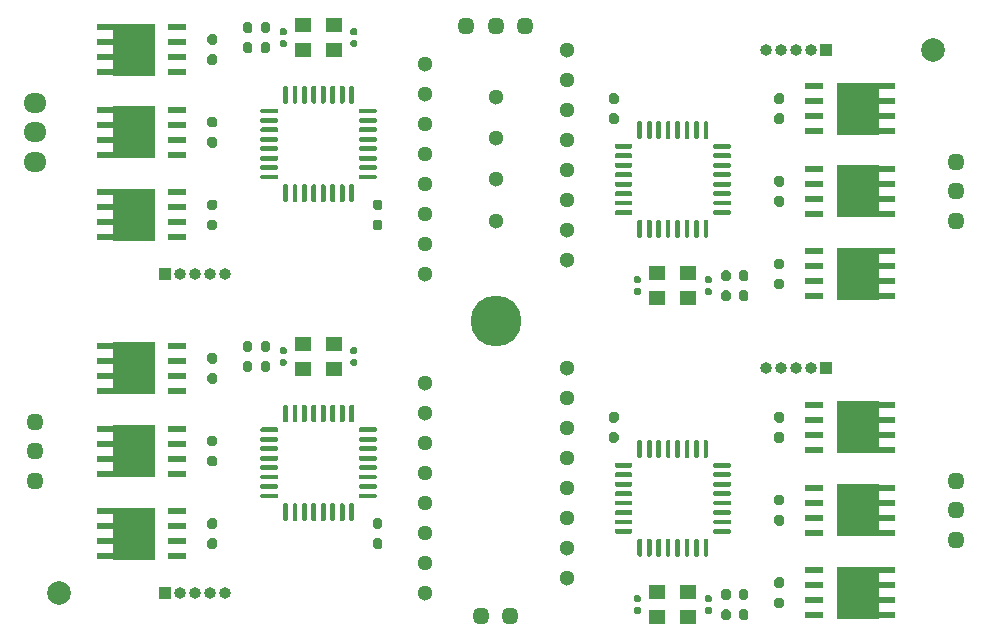
<source format=gbs>
G04 #@! TF.GenerationSoftware,KiCad,Pcbnew,(5.1.10-1-10_14)*
G04 #@! TF.CreationDate,2021-08-08T19:50:54+09:00*
G04 #@! TF.ProjectId,BldcDriver,426c6463-4472-4697-9665-722e6b696361,V4.0*
G04 #@! TF.SameCoordinates,Original*
G04 #@! TF.FileFunction,Soldermask,Bot*
G04 #@! TF.FilePolarity,Negative*
%FSLAX46Y46*%
G04 Gerber Fmt 4.6, Leading zero omitted, Abs format (unit mm)*
G04 Created by KiCad (PCBNEW (5.1.10-1-10_14)) date 2021-08-08 19:50:54*
%MOMM*%
%LPD*%
G01*
G04 APERTURE LIST*
%ADD10C,2.000000*%
%ADD11C,4.300000*%
%ADD12C,1.300000*%
%ADD13O,1.450000X1.450000*%
%ADD14R,1.350000X1.200000*%
%ADD15R,3.545000X4.410000*%
%ADD16R,1.500000X0.600000*%
%ADD17R,1.350000X0.600000*%
%ADD18O,1.950000X1.700000*%
%ADD19O,1.300000X1.300000*%
%ADD20R,1.000000X1.000000*%
%ADD21O,1.000000X1.000000*%
G04 APERTURE END LIST*
D10*
X-37000000Y-23000000D03*
X37000000Y23000000D03*
D11*
X0Y0D03*
D12*
X0Y19000000D03*
X0Y15500000D03*
X0Y12000000D03*
X0Y8500000D03*
D13*
X-1270000Y-25000000D03*
X1230000Y-25000000D03*
X-39000000Y-8500000D03*
X-39000000Y-11000000D03*
X-39000000Y-13500000D03*
X2500000Y25000000D03*
X0Y25000000D03*
X-2500000Y25000000D03*
X39000000Y-18500000D03*
X39000000Y-16000000D03*
X39000000Y-13500000D03*
X39000000Y8500000D03*
X39000000Y11000000D03*
X39000000Y13500000D03*
D14*
X-16300000Y25050000D03*
X-13700000Y25050000D03*
X-13700000Y22950000D03*
X-16300000Y22950000D03*
X-16300000Y-1950000D03*
X-13700000Y-1950000D03*
X-13700000Y-4050000D03*
X-16300000Y-4050000D03*
X16300000Y-25050000D03*
X13700000Y-25050000D03*
X13700000Y-22950000D03*
X16300000Y-22950000D03*
G36*
G01*
X-19825000Y18000000D02*
X-18525000Y18000000D01*
G75*
G02*
X-18425000Y17900000I0J-100000D01*
G01*
X-18425000Y17700000D01*
G75*
G02*
X-18525000Y17600000I-100000J0D01*
G01*
X-19825000Y17600000D01*
G75*
G02*
X-19925000Y17700000I0J100000D01*
G01*
X-19925000Y17900000D01*
G75*
G02*
X-19825000Y18000000I100000J0D01*
G01*
G37*
G36*
G01*
X-19825000Y17200000D02*
X-18525000Y17200000D01*
G75*
G02*
X-18425000Y17100000I0J-100000D01*
G01*
X-18425000Y16900000D01*
G75*
G02*
X-18525000Y16800000I-100000J0D01*
G01*
X-19825000Y16800000D01*
G75*
G02*
X-19925000Y16900000I0J100000D01*
G01*
X-19925000Y17100000D01*
G75*
G02*
X-19825000Y17200000I100000J0D01*
G01*
G37*
G36*
G01*
X-19825000Y16400000D02*
X-18525000Y16400000D01*
G75*
G02*
X-18425000Y16300000I0J-100000D01*
G01*
X-18425000Y16100000D01*
G75*
G02*
X-18525000Y16000000I-100000J0D01*
G01*
X-19825000Y16000000D01*
G75*
G02*
X-19925000Y16100000I0J100000D01*
G01*
X-19925000Y16300000D01*
G75*
G02*
X-19825000Y16400000I100000J0D01*
G01*
G37*
G36*
G01*
X-19825000Y15600000D02*
X-18525000Y15600000D01*
G75*
G02*
X-18425000Y15500000I0J-100000D01*
G01*
X-18425000Y15300000D01*
G75*
G02*
X-18525000Y15200000I-100000J0D01*
G01*
X-19825000Y15200000D01*
G75*
G02*
X-19925000Y15300000I0J100000D01*
G01*
X-19925000Y15500000D01*
G75*
G02*
X-19825000Y15600000I100000J0D01*
G01*
G37*
G36*
G01*
X-19825000Y14800000D02*
X-18525000Y14800000D01*
G75*
G02*
X-18425000Y14700000I0J-100000D01*
G01*
X-18425000Y14500000D01*
G75*
G02*
X-18525000Y14400000I-100000J0D01*
G01*
X-19825000Y14400000D01*
G75*
G02*
X-19925000Y14500000I0J100000D01*
G01*
X-19925000Y14700000D01*
G75*
G02*
X-19825000Y14800000I100000J0D01*
G01*
G37*
G36*
G01*
X-19825000Y14000000D02*
X-18525000Y14000000D01*
G75*
G02*
X-18425000Y13900000I0J-100000D01*
G01*
X-18425000Y13700000D01*
G75*
G02*
X-18525000Y13600000I-100000J0D01*
G01*
X-19825000Y13600000D01*
G75*
G02*
X-19925000Y13700000I0J100000D01*
G01*
X-19925000Y13900000D01*
G75*
G02*
X-19825000Y14000000I100000J0D01*
G01*
G37*
G36*
G01*
X-19825000Y13200000D02*
X-18525000Y13200000D01*
G75*
G02*
X-18425000Y13100000I0J-100000D01*
G01*
X-18425000Y12900000D01*
G75*
G02*
X-18525000Y12800000I-100000J0D01*
G01*
X-19825000Y12800000D01*
G75*
G02*
X-19925000Y12900000I0J100000D01*
G01*
X-19925000Y13100000D01*
G75*
G02*
X-19825000Y13200000I100000J0D01*
G01*
G37*
G36*
G01*
X-19825000Y12400000D02*
X-18525000Y12400000D01*
G75*
G02*
X-18425000Y12300000I0J-100000D01*
G01*
X-18425000Y12100000D01*
G75*
G02*
X-18525000Y12000000I-100000J0D01*
G01*
X-19825000Y12000000D01*
G75*
G02*
X-19925000Y12100000I0J100000D01*
G01*
X-19925000Y12300000D01*
G75*
G02*
X-19825000Y12400000I100000J0D01*
G01*
G37*
G36*
G01*
X-17900000Y11575000D02*
X-17700000Y11575000D01*
G75*
G02*
X-17600000Y11475000I0J-100000D01*
G01*
X-17600000Y10175000D01*
G75*
G02*
X-17700000Y10075000I-100000J0D01*
G01*
X-17900000Y10075000D01*
G75*
G02*
X-18000000Y10175000I0J100000D01*
G01*
X-18000000Y11475000D01*
G75*
G02*
X-17900000Y11575000I100000J0D01*
G01*
G37*
G36*
G01*
X-17100000Y11575000D02*
X-16900000Y11575000D01*
G75*
G02*
X-16800000Y11475000I0J-100000D01*
G01*
X-16800000Y10175000D01*
G75*
G02*
X-16900000Y10075000I-100000J0D01*
G01*
X-17100000Y10075000D01*
G75*
G02*
X-17200000Y10175000I0J100000D01*
G01*
X-17200000Y11475000D01*
G75*
G02*
X-17100000Y11575000I100000J0D01*
G01*
G37*
G36*
G01*
X-16300000Y11575000D02*
X-16100000Y11575000D01*
G75*
G02*
X-16000000Y11475000I0J-100000D01*
G01*
X-16000000Y10175000D01*
G75*
G02*
X-16100000Y10075000I-100000J0D01*
G01*
X-16300000Y10075000D01*
G75*
G02*
X-16400000Y10175000I0J100000D01*
G01*
X-16400000Y11475000D01*
G75*
G02*
X-16300000Y11575000I100000J0D01*
G01*
G37*
G36*
G01*
X-15500000Y11575000D02*
X-15300000Y11575000D01*
G75*
G02*
X-15200000Y11475000I0J-100000D01*
G01*
X-15200000Y10175000D01*
G75*
G02*
X-15300000Y10075000I-100000J0D01*
G01*
X-15500000Y10075000D01*
G75*
G02*
X-15600000Y10175000I0J100000D01*
G01*
X-15600000Y11475000D01*
G75*
G02*
X-15500000Y11575000I100000J0D01*
G01*
G37*
G36*
G01*
X-14700000Y11575000D02*
X-14500000Y11575000D01*
G75*
G02*
X-14400000Y11475000I0J-100000D01*
G01*
X-14400000Y10175000D01*
G75*
G02*
X-14500000Y10075000I-100000J0D01*
G01*
X-14700000Y10075000D01*
G75*
G02*
X-14800000Y10175000I0J100000D01*
G01*
X-14800000Y11475000D01*
G75*
G02*
X-14700000Y11575000I100000J0D01*
G01*
G37*
G36*
G01*
X-13900000Y11575000D02*
X-13700000Y11575000D01*
G75*
G02*
X-13600000Y11475000I0J-100000D01*
G01*
X-13600000Y10175000D01*
G75*
G02*
X-13700000Y10075000I-100000J0D01*
G01*
X-13900000Y10075000D01*
G75*
G02*
X-14000000Y10175000I0J100000D01*
G01*
X-14000000Y11475000D01*
G75*
G02*
X-13900000Y11575000I100000J0D01*
G01*
G37*
G36*
G01*
X-13100000Y11575000D02*
X-12900000Y11575000D01*
G75*
G02*
X-12800000Y11475000I0J-100000D01*
G01*
X-12800000Y10175000D01*
G75*
G02*
X-12900000Y10075000I-100000J0D01*
G01*
X-13100000Y10075000D01*
G75*
G02*
X-13200000Y10175000I0J100000D01*
G01*
X-13200000Y11475000D01*
G75*
G02*
X-13100000Y11575000I100000J0D01*
G01*
G37*
G36*
G01*
X-12300000Y11575000D02*
X-12100000Y11575000D01*
G75*
G02*
X-12000000Y11475000I0J-100000D01*
G01*
X-12000000Y10175000D01*
G75*
G02*
X-12100000Y10075000I-100000J0D01*
G01*
X-12300000Y10075000D01*
G75*
G02*
X-12400000Y10175000I0J100000D01*
G01*
X-12400000Y11475000D01*
G75*
G02*
X-12300000Y11575000I100000J0D01*
G01*
G37*
G36*
G01*
X-11475000Y12400000D02*
X-10175000Y12400000D01*
G75*
G02*
X-10075000Y12300000I0J-100000D01*
G01*
X-10075000Y12100000D01*
G75*
G02*
X-10175000Y12000000I-100000J0D01*
G01*
X-11475000Y12000000D01*
G75*
G02*
X-11575000Y12100000I0J100000D01*
G01*
X-11575000Y12300000D01*
G75*
G02*
X-11475000Y12400000I100000J0D01*
G01*
G37*
G36*
G01*
X-11475000Y13200000D02*
X-10175000Y13200000D01*
G75*
G02*
X-10075000Y13100000I0J-100000D01*
G01*
X-10075000Y12900000D01*
G75*
G02*
X-10175000Y12800000I-100000J0D01*
G01*
X-11475000Y12800000D01*
G75*
G02*
X-11575000Y12900000I0J100000D01*
G01*
X-11575000Y13100000D01*
G75*
G02*
X-11475000Y13200000I100000J0D01*
G01*
G37*
G36*
G01*
X-11475000Y14000000D02*
X-10175000Y14000000D01*
G75*
G02*
X-10075000Y13900000I0J-100000D01*
G01*
X-10075000Y13700000D01*
G75*
G02*
X-10175000Y13600000I-100000J0D01*
G01*
X-11475000Y13600000D01*
G75*
G02*
X-11575000Y13700000I0J100000D01*
G01*
X-11575000Y13900000D01*
G75*
G02*
X-11475000Y14000000I100000J0D01*
G01*
G37*
G36*
G01*
X-11475000Y14800000D02*
X-10175000Y14800000D01*
G75*
G02*
X-10075000Y14700000I0J-100000D01*
G01*
X-10075000Y14500000D01*
G75*
G02*
X-10175000Y14400000I-100000J0D01*
G01*
X-11475000Y14400000D01*
G75*
G02*
X-11575000Y14500000I0J100000D01*
G01*
X-11575000Y14700000D01*
G75*
G02*
X-11475000Y14800000I100000J0D01*
G01*
G37*
G36*
G01*
X-11475000Y15600000D02*
X-10175000Y15600000D01*
G75*
G02*
X-10075000Y15500000I0J-100000D01*
G01*
X-10075000Y15300000D01*
G75*
G02*
X-10175000Y15200000I-100000J0D01*
G01*
X-11475000Y15200000D01*
G75*
G02*
X-11575000Y15300000I0J100000D01*
G01*
X-11575000Y15500000D01*
G75*
G02*
X-11475000Y15600000I100000J0D01*
G01*
G37*
G36*
G01*
X-11475000Y16400000D02*
X-10175000Y16400000D01*
G75*
G02*
X-10075000Y16300000I0J-100000D01*
G01*
X-10075000Y16100000D01*
G75*
G02*
X-10175000Y16000000I-100000J0D01*
G01*
X-11475000Y16000000D01*
G75*
G02*
X-11575000Y16100000I0J100000D01*
G01*
X-11575000Y16300000D01*
G75*
G02*
X-11475000Y16400000I100000J0D01*
G01*
G37*
G36*
G01*
X-11475000Y17200000D02*
X-10175000Y17200000D01*
G75*
G02*
X-10075000Y17100000I0J-100000D01*
G01*
X-10075000Y16900000D01*
G75*
G02*
X-10175000Y16800000I-100000J0D01*
G01*
X-11475000Y16800000D01*
G75*
G02*
X-11575000Y16900000I0J100000D01*
G01*
X-11575000Y17100000D01*
G75*
G02*
X-11475000Y17200000I100000J0D01*
G01*
G37*
G36*
G01*
X-11475000Y18000000D02*
X-10175000Y18000000D01*
G75*
G02*
X-10075000Y17900000I0J-100000D01*
G01*
X-10075000Y17700000D01*
G75*
G02*
X-10175000Y17600000I-100000J0D01*
G01*
X-11475000Y17600000D01*
G75*
G02*
X-11575000Y17700000I0J100000D01*
G01*
X-11575000Y17900000D01*
G75*
G02*
X-11475000Y18000000I100000J0D01*
G01*
G37*
G36*
G01*
X-12300000Y19925000D02*
X-12100000Y19925000D01*
G75*
G02*
X-12000000Y19825000I0J-100000D01*
G01*
X-12000000Y18525000D01*
G75*
G02*
X-12100000Y18425000I-100000J0D01*
G01*
X-12300000Y18425000D01*
G75*
G02*
X-12400000Y18525000I0J100000D01*
G01*
X-12400000Y19825000D01*
G75*
G02*
X-12300000Y19925000I100000J0D01*
G01*
G37*
G36*
G01*
X-13100000Y19925000D02*
X-12900000Y19925000D01*
G75*
G02*
X-12800000Y19825000I0J-100000D01*
G01*
X-12800000Y18525000D01*
G75*
G02*
X-12900000Y18425000I-100000J0D01*
G01*
X-13100000Y18425000D01*
G75*
G02*
X-13200000Y18525000I0J100000D01*
G01*
X-13200000Y19825000D01*
G75*
G02*
X-13100000Y19925000I100000J0D01*
G01*
G37*
G36*
G01*
X-13900000Y19925000D02*
X-13700000Y19925000D01*
G75*
G02*
X-13600000Y19825000I0J-100000D01*
G01*
X-13600000Y18525000D01*
G75*
G02*
X-13700000Y18425000I-100000J0D01*
G01*
X-13900000Y18425000D01*
G75*
G02*
X-14000000Y18525000I0J100000D01*
G01*
X-14000000Y19825000D01*
G75*
G02*
X-13900000Y19925000I100000J0D01*
G01*
G37*
G36*
G01*
X-14700000Y19925000D02*
X-14500000Y19925000D01*
G75*
G02*
X-14400000Y19825000I0J-100000D01*
G01*
X-14400000Y18525000D01*
G75*
G02*
X-14500000Y18425000I-100000J0D01*
G01*
X-14700000Y18425000D01*
G75*
G02*
X-14800000Y18525000I0J100000D01*
G01*
X-14800000Y19825000D01*
G75*
G02*
X-14700000Y19925000I100000J0D01*
G01*
G37*
G36*
G01*
X-15500000Y19925000D02*
X-15300000Y19925000D01*
G75*
G02*
X-15200000Y19825000I0J-100000D01*
G01*
X-15200000Y18525000D01*
G75*
G02*
X-15300000Y18425000I-100000J0D01*
G01*
X-15500000Y18425000D01*
G75*
G02*
X-15600000Y18525000I0J100000D01*
G01*
X-15600000Y19825000D01*
G75*
G02*
X-15500000Y19925000I100000J0D01*
G01*
G37*
G36*
G01*
X-16300000Y19925000D02*
X-16100000Y19925000D01*
G75*
G02*
X-16000000Y19825000I0J-100000D01*
G01*
X-16000000Y18525000D01*
G75*
G02*
X-16100000Y18425000I-100000J0D01*
G01*
X-16300000Y18425000D01*
G75*
G02*
X-16400000Y18525000I0J100000D01*
G01*
X-16400000Y19825000D01*
G75*
G02*
X-16300000Y19925000I100000J0D01*
G01*
G37*
G36*
G01*
X-17100000Y19925000D02*
X-16900000Y19925000D01*
G75*
G02*
X-16800000Y19825000I0J-100000D01*
G01*
X-16800000Y18525000D01*
G75*
G02*
X-16900000Y18425000I-100000J0D01*
G01*
X-17100000Y18425000D01*
G75*
G02*
X-17200000Y18525000I0J100000D01*
G01*
X-17200000Y19825000D01*
G75*
G02*
X-17100000Y19925000I100000J0D01*
G01*
G37*
G36*
G01*
X-17900000Y19925000D02*
X-17700000Y19925000D01*
G75*
G02*
X-17600000Y19825000I0J-100000D01*
G01*
X-17600000Y18525000D01*
G75*
G02*
X-17700000Y18425000I-100000J0D01*
G01*
X-17900000Y18425000D01*
G75*
G02*
X-18000000Y18525000I0J100000D01*
G01*
X-18000000Y19825000D01*
G75*
G02*
X-17900000Y19925000I100000J0D01*
G01*
G37*
G36*
G01*
X-19825000Y-9000000D02*
X-18525000Y-9000000D01*
G75*
G02*
X-18425000Y-9100000I0J-100000D01*
G01*
X-18425000Y-9300000D01*
G75*
G02*
X-18525000Y-9400000I-100000J0D01*
G01*
X-19825000Y-9400000D01*
G75*
G02*
X-19925000Y-9300000I0J100000D01*
G01*
X-19925000Y-9100000D01*
G75*
G02*
X-19825000Y-9000000I100000J0D01*
G01*
G37*
G36*
G01*
X-19825000Y-9800000D02*
X-18525000Y-9800000D01*
G75*
G02*
X-18425000Y-9900000I0J-100000D01*
G01*
X-18425000Y-10100000D01*
G75*
G02*
X-18525000Y-10200000I-100000J0D01*
G01*
X-19825000Y-10200000D01*
G75*
G02*
X-19925000Y-10100000I0J100000D01*
G01*
X-19925000Y-9900000D01*
G75*
G02*
X-19825000Y-9800000I100000J0D01*
G01*
G37*
G36*
G01*
X-19825000Y-10600000D02*
X-18525000Y-10600000D01*
G75*
G02*
X-18425000Y-10700000I0J-100000D01*
G01*
X-18425000Y-10900000D01*
G75*
G02*
X-18525000Y-11000000I-100000J0D01*
G01*
X-19825000Y-11000000D01*
G75*
G02*
X-19925000Y-10900000I0J100000D01*
G01*
X-19925000Y-10700000D01*
G75*
G02*
X-19825000Y-10600000I100000J0D01*
G01*
G37*
G36*
G01*
X-19825000Y-11400000D02*
X-18525000Y-11400000D01*
G75*
G02*
X-18425000Y-11500000I0J-100000D01*
G01*
X-18425000Y-11700000D01*
G75*
G02*
X-18525000Y-11800000I-100000J0D01*
G01*
X-19825000Y-11800000D01*
G75*
G02*
X-19925000Y-11700000I0J100000D01*
G01*
X-19925000Y-11500000D01*
G75*
G02*
X-19825000Y-11400000I100000J0D01*
G01*
G37*
G36*
G01*
X-19825000Y-12200000D02*
X-18525000Y-12200000D01*
G75*
G02*
X-18425000Y-12300000I0J-100000D01*
G01*
X-18425000Y-12500000D01*
G75*
G02*
X-18525000Y-12600000I-100000J0D01*
G01*
X-19825000Y-12600000D01*
G75*
G02*
X-19925000Y-12500000I0J100000D01*
G01*
X-19925000Y-12300000D01*
G75*
G02*
X-19825000Y-12200000I100000J0D01*
G01*
G37*
G36*
G01*
X-19825000Y-13000000D02*
X-18525000Y-13000000D01*
G75*
G02*
X-18425000Y-13100000I0J-100000D01*
G01*
X-18425000Y-13300000D01*
G75*
G02*
X-18525000Y-13400000I-100000J0D01*
G01*
X-19825000Y-13400000D01*
G75*
G02*
X-19925000Y-13300000I0J100000D01*
G01*
X-19925000Y-13100000D01*
G75*
G02*
X-19825000Y-13000000I100000J0D01*
G01*
G37*
G36*
G01*
X-19825000Y-13800000D02*
X-18525000Y-13800000D01*
G75*
G02*
X-18425000Y-13900000I0J-100000D01*
G01*
X-18425000Y-14100000D01*
G75*
G02*
X-18525000Y-14200000I-100000J0D01*
G01*
X-19825000Y-14200000D01*
G75*
G02*
X-19925000Y-14100000I0J100000D01*
G01*
X-19925000Y-13900000D01*
G75*
G02*
X-19825000Y-13800000I100000J0D01*
G01*
G37*
G36*
G01*
X-19825000Y-14600000D02*
X-18525000Y-14600000D01*
G75*
G02*
X-18425000Y-14700000I0J-100000D01*
G01*
X-18425000Y-14900000D01*
G75*
G02*
X-18525000Y-15000000I-100000J0D01*
G01*
X-19825000Y-15000000D01*
G75*
G02*
X-19925000Y-14900000I0J100000D01*
G01*
X-19925000Y-14700000D01*
G75*
G02*
X-19825000Y-14600000I100000J0D01*
G01*
G37*
G36*
G01*
X-17900000Y-15425000D02*
X-17700000Y-15425000D01*
G75*
G02*
X-17600000Y-15525000I0J-100000D01*
G01*
X-17600000Y-16825000D01*
G75*
G02*
X-17700000Y-16925000I-100000J0D01*
G01*
X-17900000Y-16925000D01*
G75*
G02*
X-18000000Y-16825000I0J100000D01*
G01*
X-18000000Y-15525000D01*
G75*
G02*
X-17900000Y-15425000I100000J0D01*
G01*
G37*
G36*
G01*
X-17100000Y-15425000D02*
X-16900000Y-15425000D01*
G75*
G02*
X-16800000Y-15525000I0J-100000D01*
G01*
X-16800000Y-16825000D01*
G75*
G02*
X-16900000Y-16925000I-100000J0D01*
G01*
X-17100000Y-16925000D01*
G75*
G02*
X-17200000Y-16825000I0J100000D01*
G01*
X-17200000Y-15525000D01*
G75*
G02*
X-17100000Y-15425000I100000J0D01*
G01*
G37*
G36*
G01*
X-16300000Y-15425000D02*
X-16100000Y-15425000D01*
G75*
G02*
X-16000000Y-15525000I0J-100000D01*
G01*
X-16000000Y-16825000D01*
G75*
G02*
X-16100000Y-16925000I-100000J0D01*
G01*
X-16300000Y-16925000D01*
G75*
G02*
X-16400000Y-16825000I0J100000D01*
G01*
X-16400000Y-15525000D01*
G75*
G02*
X-16300000Y-15425000I100000J0D01*
G01*
G37*
G36*
G01*
X-15500000Y-15425000D02*
X-15300000Y-15425000D01*
G75*
G02*
X-15200000Y-15525000I0J-100000D01*
G01*
X-15200000Y-16825000D01*
G75*
G02*
X-15300000Y-16925000I-100000J0D01*
G01*
X-15500000Y-16925000D01*
G75*
G02*
X-15600000Y-16825000I0J100000D01*
G01*
X-15600000Y-15525000D01*
G75*
G02*
X-15500000Y-15425000I100000J0D01*
G01*
G37*
G36*
G01*
X-14700000Y-15425000D02*
X-14500000Y-15425000D01*
G75*
G02*
X-14400000Y-15525000I0J-100000D01*
G01*
X-14400000Y-16825000D01*
G75*
G02*
X-14500000Y-16925000I-100000J0D01*
G01*
X-14700000Y-16925000D01*
G75*
G02*
X-14800000Y-16825000I0J100000D01*
G01*
X-14800000Y-15525000D01*
G75*
G02*
X-14700000Y-15425000I100000J0D01*
G01*
G37*
G36*
G01*
X-13900000Y-15425000D02*
X-13700000Y-15425000D01*
G75*
G02*
X-13600000Y-15525000I0J-100000D01*
G01*
X-13600000Y-16825000D01*
G75*
G02*
X-13700000Y-16925000I-100000J0D01*
G01*
X-13900000Y-16925000D01*
G75*
G02*
X-14000000Y-16825000I0J100000D01*
G01*
X-14000000Y-15525000D01*
G75*
G02*
X-13900000Y-15425000I100000J0D01*
G01*
G37*
G36*
G01*
X-13100000Y-15425000D02*
X-12900000Y-15425000D01*
G75*
G02*
X-12800000Y-15525000I0J-100000D01*
G01*
X-12800000Y-16825000D01*
G75*
G02*
X-12900000Y-16925000I-100000J0D01*
G01*
X-13100000Y-16925000D01*
G75*
G02*
X-13200000Y-16825000I0J100000D01*
G01*
X-13200000Y-15525000D01*
G75*
G02*
X-13100000Y-15425000I100000J0D01*
G01*
G37*
G36*
G01*
X-12300000Y-15425000D02*
X-12100000Y-15425000D01*
G75*
G02*
X-12000000Y-15525000I0J-100000D01*
G01*
X-12000000Y-16825000D01*
G75*
G02*
X-12100000Y-16925000I-100000J0D01*
G01*
X-12300000Y-16925000D01*
G75*
G02*
X-12400000Y-16825000I0J100000D01*
G01*
X-12400000Y-15525000D01*
G75*
G02*
X-12300000Y-15425000I100000J0D01*
G01*
G37*
G36*
G01*
X-11475000Y-14600000D02*
X-10175000Y-14600000D01*
G75*
G02*
X-10075000Y-14700000I0J-100000D01*
G01*
X-10075000Y-14900000D01*
G75*
G02*
X-10175000Y-15000000I-100000J0D01*
G01*
X-11475000Y-15000000D01*
G75*
G02*
X-11575000Y-14900000I0J100000D01*
G01*
X-11575000Y-14700000D01*
G75*
G02*
X-11475000Y-14600000I100000J0D01*
G01*
G37*
G36*
G01*
X-11475000Y-13800000D02*
X-10175000Y-13800000D01*
G75*
G02*
X-10075000Y-13900000I0J-100000D01*
G01*
X-10075000Y-14100000D01*
G75*
G02*
X-10175000Y-14200000I-100000J0D01*
G01*
X-11475000Y-14200000D01*
G75*
G02*
X-11575000Y-14100000I0J100000D01*
G01*
X-11575000Y-13900000D01*
G75*
G02*
X-11475000Y-13800000I100000J0D01*
G01*
G37*
G36*
G01*
X-11475000Y-13000000D02*
X-10175000Y-13000000D01*
G75*
G02*
X-10075000Y-13100000I0J-100000D01*
G01*
X-10075000Y-13300000D01*
G75*
G02*
X-10175000Y-13400000I-100000J0D01*
G01*
X-11475000Y-13400000D01*
G75*
G02*
X-11575000Y-13300000I0J100000D01*
G01*
X-11575000Y-13100000D01*
G75*
G02*
X-11475000Y-13000000I100000J0D01*
G01*
G37*
G36*
G01*
X-11475000Y-12200000D02*
X-10175000Y-12200000D01*
G75*
G02*
X-10075000Y-12300000I0J-100000D01*
G01*
X-10075000Y-12500000D01*
G75*
G02*
X-10175000Y-12600000I-100000J0D01*
G01*
X-11475000Y-12600000D01*
G75*
G02*
X-11575000Y-12500000I0J100000D01*
G01*
X-11575000Y-12300000D01*
G75*
G02*
X-11475000Y-12200000I100000J0D01*
G01*
G37*
G36*
G01*
X-11475000Y-11400000D02*
X-10175000Y-11400000D01*
G75*
G02*
X-10075000Y-11500000I0J-100000D01*
G01*
X-10075000Y-11700000D01*
G75*
G02*
X-10175000Y-11800000I-100000J0D01*
G01*
X-11475000Y-11800000D01*
G75*
G02*
X-11575000Y-11700000I0J100000D01*
G01*
X-11575000Y-11500000D01*
G75*
G02*
X-11475000Y-11400000I100000J0D01*
G01*
G37*
G36*
G01*
X-11475000Y-10600000D02*
X-10175000Y-10600000D01*
G75*
G02*
X-10075000Y-10700000I0J-100000D01*
G01*
X-10075000Y-10900000D01*
G75*
G02*
X-10175000Y-11000000I-100000J0D01*
G01*
X-11475000Y-11000000D01*
G75*
G02*
X-11575000Y-10900000I0J100000D01*
G01*
X-11575000Y-10700000D01*
G75*
G02*
X-11475000Y-10600000I100000J0D01*
G01*
G37*
G36*
G01*
X-11475000Y-9800000D02*
X-10175000Y-9800000D01*
G75*
G02*
X-10075000Y-9900000I0J-100000D01*
G01*
X-10075000Y-10100000D01*
G75*
G02*
X-10175000Y-10200000I-100000J0D01*
G01*
X-11475000Y-10200000D01*
G75*
G02*
X-11575000Y-10100000I0J100000D01*
G01*
X-11575000Y-9900000D01*
G75*
G02*
X-11475000Y-9800000I100000J0D01*
G01*
G37*
G36*
G01*
X-11475000Y-9000000D02*
X-10175000Y-9000000D01*
G75*
G02*
X-10075000Y-9100000I0J-100000D01*
G01*
X-10075000Y-9300000D01*
G75*
G02*
X-10175000Y-9400000I-100000J0D01*
G01*
X-11475000Y-9400000D01*
G75*
G02*
X-11575000Y-9300000I0J100000D01*
G01*
X-11575000Y-9100000D01*
G75*
G02*
X-11475000Y-9000000I100000J0D01*
G01*
G37*
G36*
G01*
X-12300000Y-7075000D02*
X-12100000Y-7075000D01*
G75*
G02*
X-12000000Y-7175000I0J-100000D01*
G01*
X-12000000Y-8475000D01*
G75*
G02*
X-12100000Y-8575000I-100000J0D01*
G01*
X-12300000Y-8575000D01*
G75*
G02*
X-12400000Y-8475000I0J100000D01*
G01*
X-12400000Y-7175000D01*
G75*
G02*
X-12300000Y-7075000I100000J0D01*
G01*
G37*
G36*
G01*
X-13100000Y-7075000D02*
X-12900000Y-7075000D01*
G75*
G02*
X-12800000Y-7175000I0J-100000D01*
G01*
X-12800000Y-8475000D01*
G75*
G02*
X-12900000Y-8575000I-100000J0D01*
G01*
X-13100000Y-8575000D01*
G75*
G02*
X-13200000Y-8475000I0J100000D01*
G01*
X-13200000Y-7175000D01*
G75*
G02*
X-13100000Y-7075000I100000J0D01*
G01*
G37*
G36*
G01*
X-13900000Y-7075000D02*
X-13700000Y-7075000D01*
G75*
G02*
X-13600000Y-7175000I0J-100000D01*
G01*
X-13600000Y-8475000D01*
G75*
G02*
X-13700000Y-8575000I-100000J0D01*
G01*
X-13900000Y-8575000D01*
G75*
G02*
X-14000000Y-8475000I0J100000D01*
G01*
X-14000000Y-7175000D01*
G75*
G02*
X-13900000Y-7075000I100000J0D01*
G01*
G37*
G36*
G01*
X-14700000Y-7075000D02*
X-14500000Y-7075000D01*
G75*
G02*
X-14400000Y-7175000I0J-100000D01*
G01*
X-14400000Y-8475000D01*
G75*
G02*
X-14500000Y-8575000I-100000J0D01*
G01*
X-14700000Y-8575000D01*
G75*
G02*
X-14800000Y-8475000I0J100000D01*
G01*
X-14800000Y-7175000D01*
G75*
G02*
X-14700000Y-7075000I100000J0D01*
G01*
G37*
G36*
G01*
X-15500000Y-7075000D02*
X-15300000Y-7075000D01*
G75*
G02*
X-15200000Y-7175000I0J-100000D01*
G01*
X-15200000Y-8475000D01*
G75*
G02*
X-15300000Y-8575000I-100000J0D01*
G01*
X-15500000Y-8575000D01*
G75*
G02*
X-15600000Y-8475000I0J100000D01*
G01*
X-15600000Y-7175000D01*
G75*
G02*
X-15500000Y-7075000I100000J0D01*
G01*
G37*
G36*
G01*
X-16300000Y-7075000D02*
X-16100000Y-7075000D01*
G75*
G02*
X-16000000Y-7175000I0J-100000D01*
G01*
X-16000000Y-8475000D01*
G75*
G02*
X-16100000Y-8575000I-100000J0D01*
G01*
X-16300000Y-8575000D01*
G75*
G02*
X-16400000Y-8475000I0J100000D01*
G01*
X-16400000Y-7175000D01*
G75*
G02*
X-16300000Y-7075000I100000J0D01*
G01*
G37*
G36*
G01*
X-17100000Y-7075000D02*
X-16900000Y-7075000D01*
G75*
G02*
X-16800000Y-7175000I0J-100000D01*
G01*
X-16800000Y-8475000D01*
G75*
G02*
X-16900000Y-8575000I-100000J0D01*
G01*
X-17100000Y-8575000D01*
G75*
G02*
X-17200000Y-8475000I0J100000D01*
G01*
X-17200000Y-7175000D01*
G75*
G02*
X-17100000Y-7075000I100000J0D01*
G01*
G37*
G36*
G01*
X-17900000Y-7075000D02*
X-17700000Y-7075000D01*
G75*
G02*
X-17600000Y-7175000I0J-100000D01*
G01*
X-17600000Y-8475000D01*
G75*
G02*
X-17700000Y-8575000I-100000J0D01*
G01*
X-17900000Y-8575000D01*
G75*
G02*
X-18000000Y-8475000I0J100000D01*
G01*
X-18000000Y-7175000D01*
G75*
G02*
X-17900000Y-7075000I100000J0D01*
G01*
G37*
G36*
G01*
X19825000Y-18000000D02*
X18525000Y-18000000D01*
G75*
G02*
X18425000Y-17900000I0J100000D01*
G01*
X18425000Y-17700000D01*
G75*
G02*
X18525000Y-17600000I100000J0D01*
G01*
X19825000Y-17600000D01*
G75*
G02*
X19925000Y-17700000I0J-100000D01*
G01*
X19925000Y-17900000D01*
G75*
G02*
X19825000Y-18000000I-100000J0D01*
G01*
G37*
G36*
G01*
X19825000Y-17200000D02*
X18525000Y-17200000D01*
G75*
G02*
X18425000Y-17100000I0J100000D01*
G01*
X18425000Y-16900000D01*
G75*
G02*
X18525000Y-16800000I100000J0D01*
G01*
X19825000Y-16800000D01*
G75*
G02*
X19925000Y-16900000I0J-100000D01*
G01*
X19925000Y-17100000D01*
G75*
G02*
X19825000Y-17200000I-100000J0D01*
G01*
G37*
G36*
G01*
X19825000Y-16400000D02*
X18525000Y-16400000D01*
G75*
G02*
X18425000Y-16300000I0J100000D01*
G01*
X18425000Y-16100000D01*
G75*
G02*
X18525000Y-16000000I100000J0D01*
G01*
X19825000Y-16000000D01*
G75*
G02*
X19925000Y-16100000I0J-100000D01*
G01*
X19925000Y-16300000D01*
G75*
G02*
X19825000Y-16400000I-100000J0D01*
G01*
G37*
G36*
G01*
X19825000Y-15600000D02*
X18525000Y-15600000D01*
G75*
G02*
X18425000Y-15500000I0J100000D01*
G01*
X18425000Y-15300000D01*
G75*
G02*
X18525000Y-15200000I100000J0D01*
G01*
X19825000Y-15200000D01*
G75*
G02*
X19925000Y-15300000I0J-100000D01*
G01*
X19925000Y-15500000D01*
G75*
G02*
X19825000Y-15600000I-100000J0D01*
G01*
G37*
G36*
G01*
X19825000Y-14800000D02*
X18525000Y-14800000D01*
G75*
G02*
X18425000Y-14700000I0J100000D01*
G01*
X18425000Y-14500000D01*
G75*
G02*
X18525000Y-14400000I100000J0D01*
G01*
X19825000Y-14400000D01*
G75*
G02*
X19925000Y-14500000I0J-100000D01*
G01*
X19925000Y-14700000D01*
G75*
G02*
X19825000Y-14800000I-100000J0D01*
G01*
G37*
G36*
G01*
X19825000Y-14000000D02*
X18525000Y-14000000D01*
G75*
G02*
X18425000Y-13900000I0J100000D01*
G01*
X18425000Y-13700000D01*
G75*
G02*
X18525000Y-13600000I100000J0D01*
G01*
X19825000Y-13600000D01*
G75*
G02*
X19925000Y-13700000I0J-100000D01*
G01*
X19925000Y-13900000D01*
G75*
G02*
X19825000Y-14000000I-100000J0D01*
G01*
G37*
G36*
G01*
X19825000Y-13200000D02*
X18525000Y-13200000D01*
G75*
G02*
X18425000Y-13100000I0J100000D01*
G01*
X18425000Y-12900000D01*
G75*
G02*
X18525000Y-12800000I100000J0D01*
G01*
X19825000Y-12800000D01*
G75*
G02*
X19925000Y-12900000I0J-100000D01*
G01*
X19925000Y-13100000D01*
G75*
G02*
X19825000Y-13200000I-100000J0D01*
G01*
G37*
G36*
G01*
X19825000Y-12400000D02*
X18525000Y-12400000D01*
G75*
G02*
X18425000Y-12300000I0J100000D01*
G01*
X18425000Y-12100000D01*
G75*
G02*
X18525000Y-12000000I100000J0D01*
G01*
X19825000Y-12000000D01*
G75*
G02*
X19925000Y-12100000I0J-100000D01*
G01*
X19925000Y-12300000D01*
G75*
G02*
X19825000Y-12400000I-100000J0D01*
G01*
G37*
G36*
G01*
X17900000Y-11575000D02*
X17700000Y-11575000D01*
G75*
G02*
X17600000Y-11475000I0J100000D01*
G01*
X17600000Y-10175000D01*
G75*
G02*
X17700000Y-10075000I100000J0D01*
G01*
X17900000Y-10075000D01*
G75*
G02*
X18000000Y-10175000I0J-100000D01*
G01*
X18000000Y-11475000D01*
G75*
G02*
X17900000Y-11575000I-100000J0D01*
G01*
G37*
G36*
G01*
X17100000Y-11575000D02*
X16900000Y-11575000D01*
G75*
G02*
X16800000Y-11475000I0J100000D01*
G01*
X16800000Y-10175000D01*
G75*
G02*
X16900000Y-10075000I100000J0D01*
G01*
X17100000Y-10075000D01*
G75*
G02*
X17200000Y-10175000I0J-100000D01*
G01*
X17200000Y-11475000D01*
G75*
G02*
X17100000Y-11575000I-100000J0D01*
G01*
G37*
G36*
G01*
X16300000Y-11575000D02*
X16100000Y-11575000D01*
G75*
G02*
X16000000Y-11475000I0J100000D01*
G01*
X16000000Y-10175000D01*
G75*
G02*
X16100000Y-10075000I100000J0D01*
G01*
X16300000Y-10075000D01*
G75*
G02*
X16400000Y-10175000I0J-100000D01*
G01*
X16400000Y-11475000D01*
G75*
G02*
X16300000Y-11575000I-100000J0D01*
G01*
G37*
G36*
G01*
X15500000Y-11575000D02*
X15300000Y-11575000D01*
G75*
G02*
X15200000Y-11475000I0J100000D01*
G01*
X15200000Y-10175000D01*
G75*
G02*
X15300000Y-10075000I100000J0D01*
G01*
X15500000Y-10075000D01*
G75*
G02*
X15600000Y-10175000I0J-100000D01*
G01*
X15600000Y-11475000D01*
G75*
G02*
X15500000Y-11575000I-100000J0D01*
G01*
G37*
G36*
G01*
X14700000Y-11575000D02*
X14500000Y-11575000D01*
G75*
G02*
X14400000Y-11475000I0J100000D01*
G01*
X14400000Y-10175000D01*
G75*
G02*
X14500000Y-10075000I100000J0D01*
G01*
X14700000Y-10075000D01*
G75*
G02*
X14800000Y-10175000I0J-100000D01*
G01*
X14800000Y-11475000D01*
G75*
G02*
X14700000Y-11575000I-100000J0D01*
G01*
G37*
G36*
G01*
X13900000Y-11575000D02*
X13700000Y-11575000D01*
G75*
G02*
X13600000Y-11475000I0J100000D01*
G01*
X13600000Y-10175000D01*
G75*
G02*
X13700000Y-10075000I100000J0D01*
G01*
X13900000Y-10075000D01*
G75*
G02*
X14000000Y-10175000I0J-100000D01*
G01*
X14000000Y-11475000D01*
G75*
G02*
X13900000Y-11575000I-100000J0D01*
G01*
G37*
G36*
G01*
X13100000Y-11575000D02*
X12900000Y-11575000D01*
G75*
G02*
X12800000Y-11475000I0J100000D01*
G01*
X12800000Y-10175000D01*
G75*
G02*
X12900000Y-10075000I100000J0D01*
G01*
X13100000Y-10075000D01*
G75*
G02*
X13200000Y-10175000I0J-100000D01*
G01*
X13200000Y-11475000D01*
G75*
G02*
X13100000Y-11575000I-100000J0D01*
G01*
G37*
G36*
G01*
X12300000Y-11575000D02*
X12100000Y-11575000D01*
G75*
G02*
X12000000Y-11475000I0J100000D01*
G01*
X12000000Y-10175000D01*
G75*
G02*
X12100000Y-10075000I100000J0D01*
G01*
X12300000Y-10075000D01*
G75*
G02*
X12400000Y-10175000I0J-100000D01*
G01*
X12400000Y-11475000D01*
G75*
G02*
X12300000Y-11575000I-100000J0D01*
G01*
G37*
G36*
G01*
X11475000Y-12400000D02*
X10175000Y-12400000D01*
G75*
G02*
X10075000Y-12300000I0J100000D01*
G01*
X10075000Y-12100000D01*
G75*
G02*
X10175000Y-12000000I100000J0D01*
G01*
X11475000Y-12000000D01*
G75*
G02*
X11575000Y-12100000I0J-100000D01*
G01*
X11575000Y-12300000D01*
G75*
G02*
X11475000Y-12400000I-100000J0D01*
G01*
G37*
G36*
G01*
X11475000Y-13200000D02*
X10175000Y-13200000D01*
G75*
G02*
X10075000Y-13100000I0J100000D01*
G01*
X10075000Y-12900000D01*
G75*
G02*
X10175000Y-12800000I100000J0D01*
G01*
X11475000Y-12800000D01*
G75*
G02*
X11575000Y-12900000I0J-100000D01*
G01*
X11575000Y-13100000D01*
G75*
G02*
X11475000Y-13200000I-100000J0D01*
G01*
G37*
G36*
G01*
X11475000Y-14000000D02*
X10175000Y-14000000D01*
G75*
G02*
X10075000Y-13900000I0J100000D01*
G01*
X10075000Y-13700000D01*
G75*
G02*
X10175000Y-13600000I100000J0D01*
G01*
X11475000Y-13600000D01*
G75*
G02*
X11575000Y-13700000I0J-100000D01*
G01*
X11575000Y-13900000D01*
G75*
G02*
X11475000Y-14000000I-100000J0D01*
G01*
G37*
G36*
G01*
X11475000Y-14800000D02*
X10175000Y-14800000D01*
G75*
G02*
X10075000Y-14700000I0J100000D01*
G01*
X10075000Y-14500000D01*
G75*
G02*
X10175000Y-14400000I100000J0D01*
G01*
X11475000Y-14400000D01*
G75*
G02*
X11575000Y-14500000I0J-100000D01*
G01*
X11575000Y-14700000D01*
G75*
G02*
X11475000Y-14800000I-100000J0D01*
G01*
G37*
G36*
G01*
X11475000Y-15600000D02*
X10175000Y-15600000D01*
G75*
G02*
X10075000Y-15500000I0J100000D01*
G01*
X10075000Y-15300000D01*
G75*
G02*
X10175000Y-15200000I100000J0D01*
G01*
X11475000Y-15200000D01*
G75*
G02*
X11575000Y-15300000I0J-100000D01*
G01*
X11575000Y-15500000D01*
G75*
G02*
X11475000Y-15600000I-100000J0D01*
G01*
G37*
G36*
G01*
X11475000Y-16400000D02*
X10175000Y-16400000D01*
G75*
G02*
X10075000Y-16300000I0J100000D01*
G01*
X10075000Y-16100000D01*
G75*
G02*
X10175000Y-16000000I100000J0D01*
G01*
X11475000Y-16000000D01*
G75*
G02*
X11575000Y-16100000I0J-100000D01*
G01*
X11575000Y-16300000D01*
G75*
G02*
X11475000Y-16400000I-100000J0D01*
G01*
G37*
G36*
G01*
X11475000Y-17200000D02*
X10175000Y-17200000D01*
G75*
G02*
X10075000Y-17100000I0J100000D01*
G01*
X10075000Y-16900000D01*
G75*
G02*
X10175000Y-16800000I100000J0D01*
G01*
X11475000Y-16800000D01*
G75*
G02*
X11575000Y-16900000I0J-100000D01*
G01*
X11575000Y-17100000D01*
G75*
G02*
X11475000Y-17200000I-100000J0D01*
G01*
G37*
G36*
G01*
X11475000Y-18000000D02*
X10175000Y-18000000D01*
G75*
G02*
X10075000Y-17900000I0J100000D01*
G01*
X10075000Y-17700000D01*
G75*
G02*
X10175000Y-17600000I100000J0D01*
G01*
X11475000Y-17600000D01*
G75*
G02*
X11575000Y-17700000I0J-100000D01*
G01*
X11575000Y-17900000D01*
G75*
G02*
X11475000Y-18000000I-100000J0D01*
G01*
G37*
G36*
G01*
X12300000Y-19925000D02*
X12100000Y-19925000D01*
G75*
G02*
X12000000Y-19825000I0J100000D01*
G01*
X12000000Y-18525000D01*
G75*
G02*
X12100000Y-18425000I100000J0D01*
G01*
X12300000Y-18425000D01*
G75*
G02*
X12400000Y-18525000I0J-100000D01*
G01*
X12400000Y-19825000D01*
G75*
G02*
X12300000Y-19925000I-100000J0D01*
G01*
G37*
G36*
G01*
X13100000Y-19925000D02*
X12900000Y-19925000D01*
G75*
G02*
X12800000Y-19825000I0J100000D01*
G01*
X12800000Y-18525000D01*
G75*
G02*
X12900000Y-18425000I100000J0D01*
G01*
X13100000Y-18425000D01*
G75*
G02*
X13200000Y-18525000I0J-100000D01*
G01*
X13200000Y-19825000D01*
G75*
G02*
X13100000Y-19925000I-100000J0D01*
G01*
G37*
G36*
G01*
X13900000Y-19925000D02*
X13700000Y-19925000D01*
G75*
G02*
X13600000Y-19825000I0J100000D01*
G01*
X13600000Y-18525000D01*
G75*
G02*
X13700000Y-18425000I100000J0D01*
G01*
X13900000Y-18425000D01*
G75*
G02*
X14000000Y-18525000I0J-100000D01*
G01*
X14000000Y-19825000D01*
G75*
G02*
X13900000Y-19925000I-100000J0D01*
G01*
G37*
G36*
G01*
X14700000Y-19925000D02*
X14500000Y-19925000D01*
G75*
G02*
X14400000Y-19825000I0J100000D01*
G01*
X14400000Y-18525000D01*
G75*
G02*
X14500000Y-18425000I100000J0D01*
G01*
X14700000Y-18425000D01*
G75*
G02*
X14800000Y-18525000I0J-100000D01*
G01*
X14800000Y-19825000D01*
G75*
G02*
X14700000Y-19925000I-100000J0D01*
G01*
G37*
G36*
G01*
X15500000Y-19925000D02*
X15300000Y-19925000D01*
G75*
G02*
X15200000Y-19825000I0J100000D01*
G01*
X15200000Y-18525000D01*
G75*
G02*
X15300000Y-18425000I100000J0D01*
G01*
X15500000Y-18425000D01*
G75*
G02*
X15600000Y-18525000I0J-100000D01*
G01*
X15600000Y-19825000D01*
G75*
G02*
X15500000Y-19925000I-100000J0D01*
G01*
G37*
G36*
G01*
X16300000Y-19925000D02*
X16100000Y-19925000D01*
G75*
G02*
X16000000Y-19825000I0J100000D01*
G01*
X16000000Y-18525000D01*
G75*
G02*
X16100000Y-18425000I100000J0D01*
G01*
X16300000Y-18425000D01*
G75*
G02*
X16400000Y-18525000I0J-100000D01*
G01*
X16400000Y-19825000D01*
G75*
G02*
X16300000Y-19925000I-100000J0D01*
G01*
G37*
G36*
G01*
X17100000Y-19925000D02*
X16900000Y-19925000D01*
G75*
G02*
X16800000Y-19825000I0J100000D01*
G01*
X16800000Y-18525000D01*
G75*
G02*
X16900000Y-18425000I100000J0D01*
G01*
X17100000Y-18425000D01*
G75*
G02*
X17200000Y-18525000I0J-100000D01*
G01*
X17200000Y-19825000D01*
G75*
G02*
X17100000Y-19925000I-100000J0D01*
G01*
G37*
G36*
G01*
X17900000Y-19925000D02*
X17700000Y-19925000D01*
G75*
G02*
X17600000Y-19825000I0J100000D01*
G01*
X17600000Y-18525000D01*
G75*
G02*
X17700000Y-18425000I100000J0D01*
G01*
X17900000Y-18425000D01*
G75*
G02*
X18000000Y-18525000I0J-100000D01*
G01*
X18000000Y-19825000D01*
G75*
G02*
X17900000Y-19925000I-100000J0D01*
G01*
G37*
D12*
X-6000000Y19240000D03*
X-6000000Y-7760000D03*
X6000000Y-19240000D03*
X6000000Y7760000D03*
X-6000000Y21780000D03*
X-6000000Y-5220000D03*
X6000000Y-21780000D03*
X6000000Y5220000D03*
G36*
G01*
X-23800000Y21700000D02*
X-24200000Y21700000D01*
G75*
G02*
X-24400000Y21900000I0J200000D01*
G01*
X-24400000Y22400000D01*
G75*
G02*
X-24200000Y22600000I200000J0D01*
G01*
X-23800000Y22600000D01*
G75*
G02*
X-23600000Y22400000I0J-200000D01*
G01*
X-23600000Y21900000D01*
G75*
G02*
X-23800000Y21700000I-200000J0D01*
G01*
G37*
G36*
G01*
X-23800000Y23400000D02*
X-24200000Y23400000D01*
G75*
G02*
X-24400000Y23600000I0J200000D01*
G01*
X-24400000Y24100000D01*
G75*
G02*
X-24200000Y24300000I200000J0D01*
G01*
X-23800000Y24300000D01*
G75*
G02*
X-23600000Y24100000I0J-200000D01*
G01*
X-23600000Y23600000D01*
G75*
G02*
X-23800000Y23400000I-200000J0D01*
G01*
G37*
G36*
G01*
X-23800000Y14700000D02*
X-24200000Y14700000D01*
G75*
G02*
X-24400000Y14900000I0J200000D01*
G01*
X-24400000Y15400000D01*
G75*
G02*
X-24200000Y15600000I200000J0D01*
G01*
X-23800000Y15600000D01*
G75*
G02*
X-23600000Y15400000I0J-200000D01*
G01*
X-23600000Y14900000D01*
G75*
G02*
X-23800000Y14700000I-200000J0D01*
G01*
G37*
G36*
G01*
X-23800000Y16400000D02*
X-24200000Y16400000D01*
G75*
G02*
X-24400000Y16600000I0J200000D01*
G01*
X-24400000Y17100000D01*
G75*
G02*
X-24200000Y17300000I200000J0D01*
G01*
X-23800000Y17300000D01*
G75*
G02*
X-23600000Y17100000I0J-200000D01*
G01*
X-23600000Y16600000D01*
G75*
G02*
X-23800000Y16400000I-200000J0D01*
G01*
G37*
G36*
G01*
X-23800000Y7700000D02*
X-24200000Y7700000D01*
G75*
G02*
X-24400000Y7900000I0J200000D01*
G01*
X-24400000Y8400000D01*
G75*
G02*
X-24200000Y8600000I200000J0D01*
G01*
X-23800000Y8600000D01*
G75*
G02*
X-23600000Y8400000I0J-200000D01*
G01*
X-23600000Y7900000D01*
G75*
G02*
X-23800000Y7700000I-200000J0D01*
G01*
G37*
G36*
G01*
X-23800000Y9400000D02*
X-24200000Y9400000D01*
G75*
G02*
X-24400000Y9600000I0J200000D01*
G01*
X-24400000Y10100000D01*
G75*
G02*
X-24200000Y10300000I200000J0D01*
G01*
X-23800000Y10300000D01*
G75*
G02*
X-23600000Y10100000I0J-200000D01*
G01*
X-23600000Y9600000D01*
G75*
G02*
X-23800000Y9400000I-200000J0D01*
G01*
G37*
G36*
G01*
X-20800000Y22700000D02*
X-21200000Y22700000D01*
G75*
G02*
X-21400000Y22900000I0J200000D01*
G01*
X-21400000Y23400000D01*
G75*
G02*
X-21200000Y23600000I200000J0D01*
G01*
X-20800000Y23600000D01*
G75*
G02*
X-20600000Y23400000I0J-200000D01*
G01*
X-20600000Y22900000D01*
G75*
G02*
X-20800000Y22700000I-200000J0D01*
G01*
G37*
G36*
G01*
X-20800000Y24400000D02*
X-21200000Y24400000D01*
G75*
G02*
X-21400000Y24600000I0J200000D01*
G01*
X-21400000Y25100000D01*
G75*
G02*
X-21200000Y25300000I200000J0D01*
G01*
X-20800000Y25300000D01*
G75*
G02*
X-20600000Y25100000I0J-200000D01*
G01*
X-20600000Y24600000D01*
G75*
G02*
X-20800000Y24400000I-200000J0D01*
G01*
G37*
G36*
G01*
X-23800000Y-5300000D02*
X-24200000Y-5300000D01*
G75*
G02*
X-24400000Y-5100000I0J200000D01*
G01*
X-24400000Y-4600000D01*
G75*
G02*
X-24200000Y-4400000I200000J0D01*
G01*
X-23800000Y-4400000D01*
G75*
G02*
X-23600000Y-4600000I0J-200000D01*
G01*
X-23600000Y-5100000D01*
G75*
G02*
X-23800000Y-5300000I-200000J0D01*
G01*
G37*
G36*
G01*
X-23800000Y-3600000D02*
X-24200000Y-3600000D01*
G75*
G02*
X-24400000Y-3400000I0J200000D01*
G01*
X-24400000Y-2900000D01*
G75*
G02*
X-24200000Y-2700000I200000J0D01*
G01*
X-23800000Y-2700000D01*
G75*
G02*
X-23600000Y-2900000I0J-200000D01*
G01*
X-23600000Y-3400000D01*
G75*
G02*
X-23800000Y-3600000I-200000J0D01*
G01*
G37*
G36*
G01*
X-23800000Y-12300000D02*
X-24200000Y-12300000D01*
G75*
G02*
X-24400000Y-12100000I0J200000D01*
G01*
X-24400000Y-11600000D01*
G75*
G02*
X-24200000Y-11400000I200000J0D01*
G01*
X-23800000Y-11400000D01*
G75*
G02*
X-23600000Y-11600000I0J-200000D01*
G01*
X-23600000Y-12100000D01*
G75*
G02*
X-23800000Y-12300000I-200000J0D01*
G01*
G37*
G36*
G01*
X-23800000Y-10600000D02*
X-24200000Y-10600000D01*
G75*
G02*
X-24400000Y-10400000I0J200000D01*
G01*
X-24400000Y-9900000D01*
G75*
G02*
X-24200000Y-9700000I200000J0D01*
G01*
X-23800000Y-9700000D01*
G75*
G02*
X-23600000Y-9900000I0J-200000D01*
G01*
X-23600000Y-10400000D01*
G75*
G02*
X-23800000Y-10600000I-200000J0D01*
G01*
G37*
G36*
G01*
X-23800000Y-19300000D02*
X-24200000Y-19300000D01*
G75*
G02*
X-24400000Y-19100000I0J200000D01*
G01*
X-24400000Y-18600000D01*
G75*
G02*
X-24200000Y-18400000I200000J0D01*
G01*
X-23800000Y-18400000D01*
G75*
G02*
X-23600000Y-18600000I0J-200000D01*
G01*
X-23600000Y-19100000D01*
G75*
G02*
X-23800000Y-19300000I-200000J0D01*
G01*
G37*
G36*
G01*
X-23800000Y-17600000D02*
X-24200000Y-17600000D01*
G75*
G02*
X-24400000Y-17400000I0J200000D01*
G01*
X-24400000Y-16900000D01*
G75*
G02*
X-24200000Y-16700000I200000J0D01*
G01*
X-23800000Y-16700000D01*
G75*
G02*
X-23600000Y-16900000I0J-200000D01*
G01*
X-23600000Y-17400000D01*
G75*
G02*
X-23800000Y-17600000I-200000J0D01*
G01*
G37*
G36*
G01*
X-20800000Y-4300000D02*
X-21200000Y-4300000D01*
G75*
G02*
X-21400000Y-4100000I0J200000D01*
G01*
X-21400000Y-3600000D01*
G75*
G02*
X-21200000Y-3400000I200000J0D01*
G01*
X-20800000Y-3400000D01*
G75*
G02*
X-20600000Y-3600000I0J-200000D01*
G01*
X-20600000Y-4100000D01*
G75*
G02*
X-20800000Y-4300000I-200000J0D01*
G01*
G37*
G36*
G01*
X-20800000Y-2600000D02*
X-21200000Y-2600000D01*
G75*
G02*
X-21400000Y-2400000I0J200000D01*
G01*
X-21400000Y-1900000D01*
G75*
G02*
X-21200000Y-1700000I200000J0D01*
G01*
X-20800000Y-1700000D01*
G75*
G02*
X-20600000Y-1900000I0J-200000D01*
G01*
X-20600000Y-2400000D01*
G75*
G02*
X-20800000Y-2600000I-200000J0D01*
G01*
G37*
G36*
G01*
X23800000Y-21700000D02*
X24200000Y-21700000D01*
G75*
G02*
X24400000Y-21900000I0J-200000D01*
G01*
X24400000Y-22400000D01*
G75*
G02*
X24200000Y-22600000I-200000J0D01*
G01*
X23800000Y-22600000D01*
G75*
G02*
X23600000Y-22400000I0J200000D01*
G01*
X23600000Y-21900000D01*
G75*
G02*
X23800000Y-21700000I200000J0D01*
G01*
G37*
G36*
G01*
X23800000Y-23400000D02*
X24200000Y-23400000D01*
G75*
G02*
X24400000Y-23600000I0J-200000D01*
G01*
X24400000Y-24100000D01*
G75*
G02*
X24200000Y-24300000I-200000J0D01*
G01*
X23800000Y-24300000D01*
G75*
G02*
X23600000Y-24100000I0J200000D01*
G01*
X23600000Y-23600000D01*
G75*
G02*
X23800000Y-23400000I200000J0D01*
G01*
G37*
G36*
G01*
X23800000Y-14700000D02*
X24200000Y-14700000D01*
G75*
G02*
X24400000Y-14900000I0J-200000D01*
G01*
X24400000Y-15400000D01*
G75*
G02*
X24200000Y-15600000I-200000J0D01*
G01*
X23800000Y-15600000D01*
G75*
G02*
X23600000Y-15400000I0J200000D01*
G01*
X23600000Y-14900000D01*
G75*
G02*
X23800000Y-14700000I200000J0D01*
G01*
G37*
G36*
G01*
X23800000Y-16400000D02*
X24200000Y-16400000D01*
G75*
G02*
X24400000Y-16600000I0J-200000D01*
G01*
X24400000Y-17100000D01*
G75*
G02*
X24200000Y-17300000I-200000J0D01*
G01*
X23800000Y-17300000D01*
G75*
G02*
X23600000Y-17100000I0J200000D01*
G01*
X23600000Y-16600000D01*
G75*
G02*
X23800000Y-16400000I200000J0D01*
G01*
G37*
G36*
G01*
X23800000Y-7700000D02*
X24200000Y-7700000D01*
G75*
G02*
X24400000Y-7900000I0J-200000D01*
G01*
X24400000Y-8400000D01*
G75*
G02*
X24200000Y-8600000I-200000J0D01*
G01*
X23800000Y-8600000D01*
G75*
G02*
X23600000Y-8400000I0J200000D01*
G01*
X23600000Y-7900000D01*
G75*
G02*
X23800000Y-7700000I200000J0D01*
G01*
G37*
G36*
G01*
X23800000Y-9400000D02*
X24200000Y-9400000D01*
G75*
G02*
X24400000Y-9600000I0J-200000D01*
G01*
X24400000Y-10100000D01*
G75*
G02*
X24200000Y-10300000I-200000J0D01*
G01*
X23800000Y-10300000D01*
G75*
G02*
X23600000Y-10100000I0J200000D01*
G01*
X23600000Y-9600000D01*
G75*
G02*
X23800000Y-9400000I200000J0D01*
G01*
G37*
G36*
G01*
X20800000Y-22700000D02*
X21200000Y-22700000D01*
G75*
G02*
X21400000Y-22900000I0J-200000D01*
G01*
X21400000Y-23400000D01*
G75*
G02*
X21200000Y-23600000I-200000J0D01*
G01*
X20800000Y-23600000D01*
G75*
G02*
X20600000Y-23400000I0J200000D01*
G01*
X20600000Y-22900000D01*
G75*
G02*
X20800000Y-22700000I200000J0D01*
G01*
G37*
G36*
G01*
X20800000Y-24400000D02*
X21200000Y-24400000D01*
G75*
G02*
X21400000Y-24600000I0J-200000D01*
G01*
X21400000Y-25100000D01*
G75*
G02*
X21200000Y-25300000I-200000J0D01*
G01*
X20800000Y-25300000D01*
G75*
G02*
X20600000Y-25100000I0J200000D01*
G01*
X20600000Y-24600000D01*
G75*
G02*
X20800000Y-24400000I200000J0D01*
G01*
G37*
D15*
X-30650000Y23000000D03*
D16*
X-26980000Y22365000D03*
X-26980000Y23635000D03*
X-26980000Y24905000D03*
X-26980000Y21095000D03*
D17*
X-33095000Y21095000D03*
X-33095000Y24905000D03*
X-33095000Y23635000D03*
X-33095000Y22365000D03*
D15*
X-30650000Y16000000D03*
D16*
X-26980000Y15365000D03*
X-26980000Y16635000D03*
X-26980000Y17905000D03*
X-26980000Y14095000D03*
D17*
X-33095000Y14095000D03*
X-33095000Y17905000D03*
X-33095000Y16635000D03*
X-33095000Y15365000D03*
D15*
X-30650000Y9000000D03*
D16*
X-26980000Y8365000D03*
X-26980000Y9635000D03*
X-26980000Y10905000D03*
X-26980000Y7095000D03*
D17*
X-33095000Y7095000D03*
X-33095000Y10905000D03*
X-33095000Y9635000D03*
X-33095000Y8365000D03*
D15*
X-30650000Y-4000000D03*
D16*
X-26980000Y-4635000D03*
X-26980000Y-3365000D03*
X-26980000Y-2095000D03*
X-26980000Y-5905000D03*
D17*
X-33095000Y-5905000D03*
X-33095000Y-2095000D03*
X-33095000Y-3365000D03*
X-33095000Y-4635000D03*
D15*
X-30650000Y-11000000D03*
D16*
X-26980000Y-11635000D03*
X-26980000Y-10365000D03*
X-26980000Y-9095000D03*
X-26980000Y-12905000D03*
D17*
X-33095000Y-12905000D03*
X-33095000Y-9095000D03*
X-33095000Y-10365000D03*
X-33095000Y-11635000D03*
D15*
X-30650000Y-18000000D03*
D16*
X-26980000Y-18635000D03*
X-26980000Y-17365000D03*
X-26980000Y-16095000D03*
X-26980000Y-19905000D03*
D17*
X-33095000Y-19905000D03*
X-33095000Y-16095000D03*
X-33095000Y-17365000D03*
X-33095000Y-18635000D03*
D15*
X30650000Y-23000000D03*
D16*
X26980000Y-22365000D03*
X26980000Y-23635000D03*
X26980000Y-24905000D03*
X26980000Y-21095000D03*
D17*
X33095000Y-21095000D03*
X33095000Y-24905000D03*
X33095000Y-23635000D03*
X33095000Y-22365000D03*
D15*
X30650000Y-16000000D03*
D16*
X26980000Y-15365000D03*
X26980000Y-16635000D03*
X26980000Y-17905000D03*
X26980000Y-14095000D03*
D17*
X33095000Y-14095000D03*
X33095000Y-17905000D03*
X33095000Y-16635000D03*
X33095000Y-15365000D03*
D15*
X30650000Y-9000000D03*
D16*
X26980000Y-8365000D03*
X26980000Y-9635000D03*
X26980000Y-10905000D03*
X26980000Y-7095000D03*
D17*
X33095000Y-7095000D03*
X33095000Y-10905000D03*
X33095000Y-9635000D03*
X33095000Y-8365000D03*
D18*
X-39000000Y18500000D03*
X-39000000Y16000000D03*
X-39000000Y13500000D03*
D12*
X-6000000Y4000000D03*
D19*
X-6000000Y6540000D03*
X-6000000Y9080000D03*
X-6000000Y11620000D03*
X-6000000Y14160000D03*
X-6000000Y16700000D03*
D20*
X-28000000Y4000000D03*
D21*
X-26730000Y4000000D03*
X-25460000Y4000000D03*
X-24190000Y4000000D03*
X-22920000Y4000000D03*
D12*
X-6000000Y-23000000D03*
D19*
X-6000000Y-20460000D03*
X-6000000Y-17920000D03*
X-6000000Y-15380000D03*
X-6000000Y-12840000D03*
X-6000000Y-10300000D03*
D20*
X-28000000Y-23000000D03*
D21*
X-26730000Y-23000000D03*
X-25460000Y-23000000D03*
X-24190000Y-23000000D03*
X-22920000Y-23000000D03*
D12*
X6000000Y-4000000D03*
D19*
X6000000Y-6540000D03*
X6000000Y-9080000D03*
X6000000Y-11620000D03*
X6000000Y-14160000D03*
X6000000Y-16700000D03*
D20*
X28000000Y-4000000D03*
D21*
X26730000Y-4000000D03*
X25460000Y-4000000D03*
X24190000Y-4000000D03*
X22920000Y-4000000D03*
G36*
G01*
X-10200000Y10300000D02*
X-9800000Y10300000D01*
G75*
G02*
X-9600000Y10100000I0J-200000D01*
G01*
X-9600000Y9600000D01*
G75*
G02*
X-9800000Y9400000I-200000J0D01*
G01*
X-10200000Y9400000D01*
G75*
G02*
X-10400000Y9600000I0J200000D01*
G01*
X-10400000Y10100000D01*
G75*
G02*
X-10200000Y10300000I200000J0D01*
G01*
G37*
G36*
G01*
X-10200000Y8600000D02*
X-9800000Y8600000D01*
G75*
G02*
X-9600000Y8400000I0J-200000D01*
G01*
X-9600000Y7900000D01*
G75*
G02*
X-9800000Y7700000I-200000J0D01*
G01*
X-10200000Y7700000D01*
G75*
G02*
X-10400000Y7900000I0J200000D01*
G01*
X-10400000Y8400000D01*
G75*
G02*
X-10200000Y8600000I200000J0D01*
G01*
G37*
G36*
G01*
X-11850000Y24200000D02*
X-12150000Y24200000D01*
G75*
G02*
X-12300000Y24350000I0J150000D01*
G01*
X-12300000Y24650000D01*
G75*
G02*
X-12150000Y24800000I150000J0D01*
G01*
X-11850000Y24800000D01*
G75*
G02*
X-11700000Y24650000I0J-150000D01*
G01*
X-11700000Y24350000D01*
G75*
G02*
X-11850000Y24200000I-150000J0D01*
G01*
G37*
G36*
G01*
X-11850000Y23200000D02*
X-12150000Y23200000D01*
G75*
G02*
X-12300000Y23350000I0J150000D01*
G01*
X-12300000Y23650000D01*
G75*
G02*
X-12150000Y23800000I150000J0D01*
G01*
X-11850000Y23800000D01*
G75*
G02*
X-11700000Y23650000I0J-150000D01*
G01*
X-11700000Y23350000D01*
G75*
G02*
X-11850000Y23200000I-150000J0D01*
G01*
G37*
G36*
G01*
X-17850000Y24200000D02*
X-18150000Y24200000D01*
G75*
G02*
X-18300000Y24350000I0J150000D01*
G01*
X-18300000Y24650000D01*
G75*
G02*
X-18150000Y24800000I150000J0D01*
G01*
X-17850000Y24800000D01*
G75*
G02*
X-17700000Y24650000I0J-150000D01*
G01*
X-17700000Y24350000D01*
G75*
G02*
X-17850000Y24200000I-150000J0D01*
G01*
G37*
G36*
G01*
X-17850000Y23200000D02*
X-18150000Y23200000D01*
G75*
G02*
X-18300000Y23350000I0J150000D01*
G01*
X-18300000Y23650000D01*
G75*
G02*
X-18150000Y23800000I150000J0D01*
G01*
X-17850000Y23800000D01*
G75*
G02*
X-17700000Y23650000I0J-150000D01*
G01*
X-17700000Y23350000D01*
G75*
G02*
X-17850000Y23200000I-150000J0D01*
G01*
G37*
G36*
G01*
X-19300000Y22700000D02*
X-19700000Y22700000D01*
G75*
G02*
X-19900000Y22900000I0J200000D01*
G01*
X-19900000Y23400000D01*
G75*
G02*
X-19700000Y23600000I200000J0D01*
G01*
X-19300000Y23600000D01*
G75*
G02*
X-19100000Y23400000I0J-200000D01*
G01*
X-19100000Y22900000D01*
G75*
G02*
X-19300000Y22700000I-200000J0D01*
G01*
G37*
G36*
G01*
X-19300000Y24400000D02*
X-19700000Y24400000D01*
G75*
G02*
X-19900000Y24600000I0J200000D01*
G01*
X-19900000Y25100000D01*
G75*
G02*
X-19700000Y25300000I200000J0D01*
G01*
X-19300000Y25300000D01*
G75*
G02*
X-19100000Y25100000I0J-200000D01*
G01*
X-19100000Y24600000D01*
G75*
G02*
X-19300000Y24400000I-200000J0D01*
G01*
G37*
G36*
G01*
X-10200000Y-16700000D02*
X-9800000Y-16700000D01*
G75*
G02*
X-9600000Y-16900000I0J-200000D01*
G01*
X-9600000Y-17400000D01*
G75*
G02*
X-9800000Y-17600000I-200000J0D01*
G01*
X-10200000Y-17600000D01*
G75*
G02*
X-10400000Y-17400000I0J200000D01*
G01*
X-10400000Y-16900000D01*
G75*
G02*
X-10200000Y-16700000I200000J0D01*
G01*
G37*
G36*
G01*
X-10200000Y-18400000D02*
X-9800000Y-18400000D01*
G75*
G02*
X-9600000Y-18600000I0J-200000D01*
G01*
X-9600000Y-19100000D01*
G75*
G02*
X-9800000Y-19300000I-200000J0D01*
G01*
X-10200000Y-19300000D01*
G75*
G02*
X-10400000Y-19100000I0J200000D01*
G01*
X-10400000Y-18600000D01*
G75*
G02*
X-10200000Y-18400000I200000J0D01*
G01*
G37*
G36*
G01*
X-11850000Y-2800000D02*
X-12150000Y-2800000D01*
G75*
G02*
X-12300000Y-2650000I0J150000D01*
G01*
X-12300000Y-2350000D01*
G75*
G02*
X-12150000Y-2200000I150000J0D01*
G01*
X-11850000Y-2200000D01*
G75*
G02*
X-11700000Y-2350000I0J-150000D01*
G01*
X-11700000Y-2650000D01*
G75*
G02*
X-11850000Y-2800000I-150000J0D01*
G01*
G37*
G36*
G01*
X-11850000Y-3800000D02*
X-12150000Y-3800000D01*
G75*
G02*
X-12300000Y-3650000I0J150000D01*
G01*
X-12300000Y-3350000D01*
G75*
G02*
X-12150000Y-3200000I150000J0D01*
G01*
X-11850000Y-3200000D01*
G75*
G02*
X-11700000Y-3350000I0J-150000D01*
G01*
X-11700000Y-3650000D01*
G75*
G02*
X-11850000Y-3800000I-150000J0D01*
G01*
G37*
G36*
G01*
X-17850000Y-2800000D02*
X-18150000Y-2800000D01*
G75*
G02*
X-18300000Y-2650000I0J150000D01*
G01*
X-18300000Y-2350000D01*
G75*
G02*
X-18150000Y-2200000I150000J0D01*
G01*
X-17850000Y-2200000D01*
G75*
G02*
X-17700000Y-2350000I0J-150000D01*
G01*
X-17700000Y-2650000D01*
G75*
G02*
X-17850000Y-2800000I-150000J0D01*
G01*
G37*
G36*
G01*
X-17850000Y-3800000D02*
X-18150000Y-3800000D01*
G75*
G02*
X-18300000Y-3650000I0J150000D01*
G01*
X-18300000Y-3350000D01*
G75*
G02*
X-18150000Y-3200000I150000J0D01*
G01*
X-17850000Y-3200000D01*
G75*
G02*
X-17700000Y-3350000I0J-150000D01*
G01*
X-17700000Y-3650000D01*
G75*
G02*
X-17850000Y-3800000I-150000J0D01*
G01*
G37*
G36*
G01*
X-19300000Y-4300000D02*
X-19700000Y-4300000D01*
G75*
G02*
X-19900000Y-4100000I0J200000D01*
G01*
X-19900000Y-3600000D01*
G75*
G02*
X-19700000Y-3400000I200000J0D01*
G01*
X-19300000Y-3400000D01*
G75*
G02*
X-19100000Y-3600000I0J-200000D01*
G01*
X-19100000Y-4100000D01*
G75*
G02*
X-19300000Y-4300000I-200000J0D01*
G01*
G37*
G36*
G01*
X-19300000Y-2600000D02*
X-19700000Y-2600000D01*
G75*
G02*
X-19900000Y-2400000I0J200000D01*
G01*
X-19900000Y-1900000D01*
G75*
G02*
X-19700000Y-1700000I200000J0D01*
G01*
X-19300000Y-1700000D01*
G75*
G02*
X-19100000Y-1900000I0J-200000D01*
G01*
X-19100000Y-2400000D01*
G75*
G02*
X-19300000Y-2600000I-200000J0D01*
G01*
G37*
G36*
G01*
X10200000Y-10300000D02*
X9800000Y-10300000D01*
G75*
G02*
X9600000Y-10100000I0J200000D01*
G01*
X9600000Y-9600000D01*
G75*
G02*
X9800000Y-9400000I200000J0D01*
G01*
X10200000Y-9400000D01*
G75*
G02*
X10400000Y-9600000I0J-200000D01*
G01*
X10400000Y-10100000D01*
G75*
G02*
X10200000Y-10300000I-200000J0D01*
G01*
G37*
G36*
G01*
X10200000Y-8600000D02*
X9800000Y-8600000D01*
G75*
G02*
X9600000Y-8400000I0J200000D01*
G01*
X9600000Y-7900000D01*
G75*
G02*
X9800000Y-7700000I200000J0D01*
G01*
X10200000Y-7700000D01*
G75*
G02*
X10400000Y-7900000I0J-200000D01*
G01*
X10400000Y-8400000D01*
G75*
G02*
X10200000Y-8600000I-200000J0D01*
G01*
G37*
G36*
G01*
X11850000Y-24200000D02*
X12150000Y-24200000D01*
G75*
G02*
X12300000Y-24350000I0J-150000D01*
G01*
X12300000Y-24650000D01*
G75*
G02*
X12150000Y-24800000I-150000J0D01*
G01*
X11850000Y-24800000D01*
G75*
G02*
X11700000Y-24650000I0J150000D01*
G01*
X11700000Y-24350000D01*
G75*
G02*
X11850000Y-24200000I150000J0D01*
G01*
G37*
G36*
G01*
X11850000Y-23200000D02*
X12150000Y-23200000D01*
G75*
G02*
X12300000Y-23350000I0J-150000D01*
G01*
X12300000Y-23650000D01*
G75*
G02*
X12150000Y-23800000I-150000J0D01*
G01*
X11850000Y-23800000D01*
G75*
G02*
X11700000Y-23650000I0J150000D01*
G01*
X11700000Y-23350000D01*
G75*
G02*
X11850000Y-23200000I150000J0D01*
G01*
G37*
G36*
G01*
X17850000Y-24200000D02*
X18150000Y-24200000D01*
G75*
G02*
X18300000Y-24350000I0J-150000D01*
G01*
X18300000Y-24650000D01*
G75*
G02*
X18150000Y-24800000I-150000J0D01*
G01*
X17850000Y-24800000D01*
G75*
G02*
X17700000Y-24650000I0J150000D01*
G01*
X17700000Y-24350000D01*
G75*
G02*
X17850000Y-24200000I150000J0D01*
G01*
G37*
G36*
G01*
X17850000Y-23200000D02*
X18150000Y-23200000D01*
G75*
G02*
X18300000Y-23350000I0J-150000D01*
G01*
X18300000Y-23650000D01*
G75*
G02*
X18150000Y-23800000I-150000J0D01*
G01*
X17850000Y-23800000D01*
G75*
G02*
X17700000Y-23650000I0J150000D01*
G01*
X17700000Y-23350000D01*
G75*
G02*
X17850000Y-23200000I150000J0D01*
G01*
G37*
G36*
G01*
X19300000Y-22700000D02*
X19700000Y-22700000D01*
G75*
G02*
X19900000Y-22900000I0J-200000D01*
G01*
X19900000Y-23400000D01*
G75*
G02*
X19700000Y-23600000I-200000J0D01*
G01*
X19300000Y-23600000D01*
G75*
G02*
X19100000Y-23400000I0J200000D01*
G01*
X19100000Y-22900000D01*
G75*
G02*
X19300000Y-22700000I200000J0D01*
G01*
G37*
G36*
G01*
X19300000Y-24400000D02*
X19700000Y-24400000D01*
G75*
G02*
X19900000Y-24600000I0J-200000D01*
G01*
X19900000Y-25100000D01*
G75*
G02*
X19700000Y-25300000I-200000J0D01*
G01*
X19300000Y-25300000D01*
G75*
G02*
X19100000Y-25100000I0J200000D01*
G01*
X19100000Y-24600000D01*
G75*
G02*
X19300000Y-24400000I200000J0D01*
G01*
G37*
G36*
G01*
X10200000Y16700000D02*
X9800000Y16700000D01*
G75*
G02*
X9600000Y16900000I0J200000D01*
G01*
X9600000Y17400000D01*
G75*
G02*
X9800000Y17600000I200000J0D01*
G01*
X10200000Y17600000D01*
G75*
G02*
X10400000Y17400000I0J-200000D01*
G01*
X10400000Y16900000D01*
G75*
G02*
X10200000Y16700000I-200000J0D01*
G01*
G37*
G36*
G01*
X10200000Y18400000D02*
X9800000Y18400000D01*
G75*
G02*
X9600000Y18600000I0J200000D01*
G01*
X9600000Y19100000D01*
G75*
G02*
X9800000Y19300000I200000J0D01*
G01*
X10200000Y19300000D01*
G75*
G02*
X10400000Y19100000I0J-200000D01*
G01*
X10400000Y18600000D01*
G75*
G02*
X10200000Y18400000I-200000J0D01*
G01*
G37*
D14*
X16300000Y1950000D03*
X13700000Y1950000D03*
X13700000Y4050000D03*
X16300000Y4050000D03*
G36*
G01*
X19825000Y9000000D02*
X18525000Y9000000D01*
G75*
G02*
X18425000Y9100000I0J100000D01*
G01*
X18425000Y9300000D01*
G75*
G02*
X18525000Y9400000I100000J0D01*
G01*
X19825000Y9400000D01*
G75*
G02*
X19925000Y9300000I0J-100000D01*
G01*
X19925000Y9100000D01*
G75*
G02*
X19825000Y9000000I-100000J0D01*
G01*
G37*
G36*
G01*
X19825000Y9800000D02*
X18525000Y9800000D01*
G75*
G02*
X18425000Y9900000I0J100000D01*
G01*
X18425000Y10100000D01*
G75*
G02*
X18525000Y10200000I100000J0D01*
G01*
X19825000Y10200000D01*
G75*
G02*
X19925000Y10100000I0J-100000D01*
G01*
X19925000Y9900000D01*
G75*
G02*
X19825000Y9800000I-100000J0D01*
G01*
G37*
G36*
G01*
X19825000Y10600000D02*
X18525000Y10600000D01*
G75*
G02*
X18425000Y10700000I0J100000D01*
G01*
X18425000Y10900000D01*
G75*
G02*
X18525000Y11000000I100000J0D01*
G01*
X19825000Y11000000D01*
G75*
G02*
X19925000Y10900000I0J-100000D01*
G01*
X19925000Y10700000D01*
G75*
G02*
X19825000Y10600000I-100000J0D01*
G01*
G37*
G36*
G01*
X19825000Y11400000D02*
X18525000Y11400000D01*
G75*
G02*
X18425000Y11500000I0J100000D01*
G01*
X18425000Y11700000D01*
G75*
G02*
X18525000Y11800000I100000J0D01*
G01*
X19825000Y11800000D01*
G75*
G02*
X19925000Y11700000I0J-100000D01*
G01*
X19925000Y11500000D01*
G75*
G02*
X19825000Y11400000I-100000J0D01*
G01*
G37*
G36*
G01*
X19825000Y12200000D02*
X18525000Y12200000D01*
G75*
G02*
X18425000Y12300000I0J100000D01*
G01*
X18425000Y12500000D01*
G75*
G02*
X18525000Y12600000I100000J0D01*
G01*
X19825000Y12600000D01*
G75*
G02*
X19925000Y12500000I0J-100000D01*
G01*
X19925000Y12300000D01*
G75*
G02*
X19825000Y12200000I-100000J0D01*
G01*
G37*
G36*
G01*
X19825000Y13000000D02*
X18525000Y13000000D01*
G75*
G02*
X18425000Y13100000I0J100000D01*
G01*
X18425000Y13300000D01*
G75*
G02*
X18525000Y13400000I100000J0D01*
G01*
X19825000Y13400000D01*
G75*
G02*
X19925000Y13300000I0J-100000D01*
G01*
X19925000Y13100000D01*
G75*
G02*
X19825000Y13000000I-100000J0D01*
G01*
G37*
G36*
G01*
X19825000Y13800000D02*
X18525000Y13800000D01*
G75*
G02*
X18425000Y13900000I0J100000D01*
G01*
X18425000Y14100000D01*
G75*
G02*
X18525000Y14200000I100000J0D01*
G01*
X19825000Y14200000D01*
G75*
G02*
X19925000Y14100000I0J-100000D01*
G01*
X19925000Y13900000D01*
G75*
G02*
X19825000Y13800000I-100000J0D01*
G01*
G37*
G36*
G01*
X19825000Y14600000D02*
X18525000Y14600000D01*
G75*
G02*
X18425000Y14700000I0J100000D01*
G01*
X18425000Y14900000D01*
G75*
G02*
X18525000Y15000000I100000J0D01*
G01*
X19825000Y15000000D01*
G75*
G02*
X19925000Y14900000I0J-100000D01*
G01*
X19925000Y14700000D01*
G75*
G02*
X19825000Y14600000I-100000J0D01*
G01*
G37*
G36*
G01*
X17900000Y15425000D02*
X17700000Y15425000D01*
G75*
G02*
X17600000Y15525000I0J100000D01*
G01*
X17600000Y16825000D01*
G75*
G02*
X17700000Y16925000I100000J0D01*
G01*
X17900000Y16925000D01*
G75*
G02*
X18000000Y16825000I0J-100000D01*
G01*
X18000000Y15525000D01*
G75*
G02*
X17900000Y15425000I-100000J0D01*
G01*
G37*
G36*
G01*
X17100000Y15425000D02*
X16900000Y15425000D01*
G75*
G02*
X16800000Y15525000I0J100000D01*
G01*
X16800000Y16825000D01*
G75*
G02*
X16900000Y16925000I100000J0D01*
G01*
X17100000Y16925000D01*
G75*
G02*
X17200000Y16825000I0J-100000D01*
G01*
X17200000Y15525000D01*
G75*
G02*
X17100000Y15425000I-100000J0D01*
G01*
G37*
G36*
G01*
X16300000Y15425000D02*
X16100000Y15425000D01*
G75*
G02*
X16000000Y15525000I0J100000D01*
G01*
X16000000Y16825000D01*
G75*
G02*
X16100000Y16925000I100000J0D01*
G01*
X16300000Y16925000D01*
G75*
G02*
X16400000Y16825000I0J-100000D01*
G01*
X16400000Y15525000D01*
G75*
G02*
X16300000Y15425000I-100000J0D01*
G01*
G37*
G36*
G01*
X15500000Y15425000D02*
X15300000Y15425000D01*
G75*
G02*
X15200000Y15525000I0J100000D01*
G01*
X15200000Y16825000D01*
G75*
G02*
X15300000Y16925000I100000J0D01*
G01*
X15500000Y16925000D01*
G75*
G02*
X15600000Y16825000I0J-100000D01*
G01*
X15600000Y15525000D01*
G75*
G02*
X15500000Y15425000I-100000J0D01*
G01*
G37*
G36*
G01*
X14700000Y15425000D02*
X14500000Y15425000D01*
G75*
G02*
X14400000Y15525000I0J100000D01*
G01*
X14400000Y16825000D01*
G75*
G02*
X14500000Y16925000I100000J0D01*
G01*
X14700000Y16925000D01*
G75*
G02*
X14800000Y16825000I0J-100000D01*
G01*
X14800000Y15525000D01*
G75*
G02*
X14700000Y15425000I-100000J0D01*
G01*
G37*
G36*
G01*
X13900000Y15425000D02*
X13700000Y15425000D01*
G75*
G02*
X13600000Y15525000I0J100000D01*
G01*
X13600000Y16825000D01*
G75*
G02*
X13700000Y16925000I100000J0D01*
G01*
X13900000Y16925000D01*
G75*
G02*
X14000000Y16825000I0J-100000D01*
G01*
X14000000Y15525000D01*
G75*
G02*
X13900000Y15425000I-100000J0D01*
G01*
G37*
G36*
G01*
X13100000Y15425000D02*
X12900000Y15425000D01*
G75*
G02*
X12800000Y15525000I0J100000D01*
G01*
X12800000Y16825000D01*
G75*
G02*
X12900000Y16925000I100000J0D01*
G01*
X13100000Y16925000D01*
G75*
G02*
X13200000Y16825000I0J-100000D01*
G01*
X13200000Y15525000D01*
G75*
G02*
X13100000Y15425000I-100000J0D01*
G01*
G37*
G36*
G01*
X12300000Y15425000D02*
X12100000Y15425000D01*
G75*
G02*
X12000000Y15525000I0J100000D01*
G01*
X12000000Y16825000D01*
G75*
G02*
X12100000Y16925000I100000J0D01*
G01*
X12300000Y16925000D01*
G75*
G02*
X12400000Y16825000I0J-100000D01*
G01*
X12400000Y15525000D01*
G75*
G02*
X12300000Y15425000I-100000J0D01*
G01*
G37*
G36*
G01*
X11475000Y14600000D02*
X10175000Y14600000D01*
G75*
G02*
X10075000Y14700000I0J100000D01*
G01*
X10075000Y14900000D01*
G75*
G02*
X10175000Y15000000I100000J0D01*
G01*
X11475000Y15000000D01*
G75*
G02*
X11575000Y14900000I0J-100000D01*
G01*
X11575000Y14700000D01*
G75*
G02*
X11475000Y14600000I-100000J0D01*
G01*
G37*
G36*
G01*
X11475000Y13800000D02*
X10175000Y13800000D01*
G75*
G02*
X10075000Y13900000I0J100000D01*
G01*
X10075000Y14100000D01*
G75*
G02*
X10175000Y14200000I100000J0D01*
G01*
X11475000Y14200000D01*
G75*
G02*
X11575000Y14100000I0J-100000D01*
G01*
X11575000Y13900000D01*
G75*
G02*
X11475000Y13800000I-100000J0D01*
G01*
G37*
G36*
G01*
X11475000Y13000000D02*
X10175000Y13000000D01*
G75*
G02*
X10075000Y13100000I0J100000D01*
G01*
X10075000Y13300000D01*
G75*
G02*
X10175000Y13400000I100000J0D01*
G01*
X11475000Y13400000D01*
G75*
G02*
X11575000Y13300000I0J-100000D01*
G01*
X11575000Y13100000D01*
G75*
G02*
X11475000Y13000000I-100000J0D01*
G01*
G37*
G36*
G01*
X11475000Y12200000D02*
X10175000Y12200000D01*
G75*
G02*
X10075000Y12300000I0J100000D01*
G01*
X10075000Y12500000D01*
G75*
G02*
X10175000Y12600000I100000J0D01*
G01*
X11475000Y12600000D01*
G75*
G02*
X11575000Y12500000I0J-100000D01*
G01*
X11575000Y12300000D01*
G75*
G02*
X11475000Y12200000I-100000J0D01*
G01*
G37*
G36*
G01*
X11475000Y11400000D02*
X10175000Y11400000D01*
G75*
G02*
X10075000Y11500000I0J100000D01*
G01*
X10075000Y11700000D01*
G75*
G02*
X10175000Y11800000I100000J0D01*
G01*
X11475000Y11800000D01*
G75*
G02*
X11575000Y11700000I0J-100000D01*
G01*
X11575000Y11500000D01*
G75*
G02*
X11475000Y11400000I-100000J0D01*
G01*
G37*
G36*
G01*
X11475000Y10600000D02*
X10175000Y10600000D01*
G75*
G02*
X10075000Y10700000I0J100000D01*
G01*
X10075000Y10900000D01*
G75*
G02*
X10175000Y11000000I100000J0D01*
G01*
X11475000Y11000000D01*
G75*
G02*
X11575000Y10900000I0J-100000D01*
G01*
X11575000Y10700000D01*
G75*
G02*
X11475000Y10600000I-100000J0D01*
G01*
G37*
G36*
G01*
X11475000Y9800000D02*
X10175000Y9800000D01*
G75*
G02*
X10075000Y9900000I0J100000D01*
G01*
X10075000Y10100000D01*
G75*
G02*
X10175000Y10200000I100000J0D01*
G01*
X11475000Y10200000D01*
G75*
G02*
X11575000Y10100000I0J-100000D01*
G01*
X11575000Y9900000D01*
G75*
G02*
X11475000Y9800000I-100000J0D01*
G01*
G37*
G36*
G01*
X11475000Y9000000D02*
X10175000Y9000000D01*
G75*
G02*
X10075000Y9100000I0J100000D01*
G01*
X10075000Y9300000D01*
G75*
G02*
X10175000Y9400000I100000J0D01*
G01*
X11475000Y9400000D01*
G75*
G02*
X11575000Y9300000I0J-100000D01*
G01*
X11575000Y9100000D01*
G75*
G02*
X11475000Y9000000I-100000J0D01*
G01*
G37*
G36*
G01*
X12300000Y7075000D02*
X12100000Y7075000D01*
G75*
G02*
X12000000Y7175000I0J100000D01*
G01*
X12000000Y8475000D01*
G75*
G02*
X12100000Y8575000I100000J0D01*
G01*
X12300000Y8575000D01*
G75*
G02*
X12400000Y8475000I0J-100000D01*
G01*
X12400000Y7175000D01*
G75*
G02*
X12300000Y7075000I-100000J0D01*
G01*
G37*
G36*
G01*
X13100000Y7075000D02*
X12900000Y7075000D01*
G75*
G02*
X12800000Y7175000I0J100000D01*
G01*
X12800000Y8475000D01*
G75*
G02*
X12900000Y8575000I100000J0D01*
G01*
X13100000Y8575000D01*
G75*
G02*
X13200000Y8475000I0J-100000D01*
G01*
X13200000Y7175000D01*
G75*
G02*
X13100000Y7075000I-100000J0D01*
G01*
G37*
G36*
G01*
X13900000Y7075000D02*
X13700000Y7075000D01*
G75*
G02*
X13600000Y7175000I0J100000D01*
G01*
X13600000Y8475000D01*
G75*
G02*
X13700000Y8575000I100000J0D01*
G01*
X13900000Y8575000D01*
G75*
G02*
X14000000Y8475000I0J-100000D01*
G01*
X14000000Y7175000D01*
G75*
G02*
X13900000Y7075000I-100000J0D01*
G01*
G37*
G36*
G01*
X14700000Y7075000D02*
X14500000Y7075000D01*
G75*
G02*
X14400000Y7175000I0J100000D01*
G01*
X14400000Y8475000D01*
G75*
G02*
X14500000Y8575000I100000J0D01*
G01*
X14700000Y8575000D01*
G75*
G02*
X14800000Y8475000I0J-100000D01*
G01*
X14800000Y7175000D01*
G75*
G02*
X14700000Y7075000I-100000J0D01*
G01*
G37*
G36*
G01*
X15500000Y7075000D02*
X15300000Y7075000D01*
G75*
G02*
X15200000Y7175000I0J100000D01*
G01*
X15200000Y8475000D01*
G75*
G02*
X15300000Y8575000I100000J0D01*
G01*
X15500000Y8575000D01*
G75*
G02*
X15600000Y8475000I0J-100000D01*
G01*
X15600000Y7175000D01*
G75*
G02*
X15500000Y7075000I-100000J0D01*
G01*
G37*
G36*
G01*
X16300000Y7075000D02*
X16100000Y7075000D01*
G75*
G02*
X16000000Y7175000I0J100000D01*
G01*
X16000000Y8475000D01*
G75*
G02*
X16100000Y8575000I100000J0D01*
G01*
X16300000Y8575000D01*
G75*
G02*
X16400000Y8475000I0J-100000D01*
G01*
X16400000Y7175000D01*
G75*
G02*
X16300000Y7075000I-100000J0D01*
G01*
G37*
G36*
G01*
X17100000Y7075000D02*
X16900000Y7075000D01*
G75*
G02*
X16800000Y7175000I0J100000D01*
G01*
X16800000Y8475000D01*
G75*
G02*
X16900000Y8575000I100000J0D01*
G01*
X17100000Y8575000D01*
G75*
G02*
X17200000Y8475000I0J-100000D01*
G01*
X17200000Y7175000D01*
G75*
G02*
X17100000Y7075000I-100000J0D01*
G01*
G37*
G36*
G01*
X17900000Y7075000D02*
X17700000Y7075000D01*
G75*
G02*
X17600000Y7175000I0J100000D01*
G01*
X17600000Y8475000D01*
G75*
G02*
X17700000Y8575000I100000J0D01*
G01*
X17900000Y8575000D01*
G75*
G02*
X18000000Y8475000I0J-100000D01*
G01*
X18000000Y7175000D01*
G75*
G02*
X17900000Y7075000I-100000J0D01*
G01*
G37*
G36*
G01*
X23800000Y5300000D02*
X24200000Y5300000D01*
G75*
G02*
X24400000Y5100000I0J-200000D01*
G01*
X24400000Y4600000D01*
G75*
G02*
X24200000Y4400000I-200000J0D01*
G01*
X23800000Y4400000D01*
G75*
G02*
X23600000Y4600000I0J200000D01*
G01*
X23600000Y5100000D01*
G75*
G02*
X23800000Y5300000I200000J0D01*
G01*
G37*
G36*
G01*
X23800000Y3600000D02*
X24200000Y3600000D01*
G75*
G02*
X24400000Y3400000I0J-200000D01*
G01*
X24400000Y2900000D01*
G75*
G02*
X24200000Y2700000I-200000J0D01*
G01*
X23800000Y2700000D01*
G75*
G02*
X23600000Y2900000I0J200000D01*
G01*
X23600000Y3400000D01*
G75*
G02*
X23800000Y3600000I200000J0D01*
G01*
G37*
G36*
G01*
X23800000Y12300000D02*
X24200000Y12300000D01*
G75*
G02*
X24400000Y12100000I0J-200000D01*
G01*
X24400000Y11600000D01*
G75*
G02*
X24200000Y11400000I-200000J0D01*
G01*
X23800000Y11400000D01*
G75*
G02*
X23600000Y11600000I0J200000D01*
G01*
X23600000Y12100000D01*
G75*
G02*
X23800000Y12300000I200000J0D01*
G01*
G37*
G36*
G01*
X23800000Y10600000D02*
X24200000Y10600000D01*
G75*
G02*
X24400000Y10400000I0J-200000D01*
G01*
X24400000Y9900000D01*
G75*
G02*
X24200000Y9700000I-200000J0D01*
G01*
X23800000Y9700000D01*
G75*
G02*
X23600000Y9900000I0J200000D01*
G01*
X23600000Y10400000D01*
G75*
G02*
X23800000Y10600000I200000J0D01*
G01*
G37*
G36*
G01*
X23800000Y19300000D02*
X24200000Y19300000D01*
G75*
G02*
X24400000Y19100000I0J-200000D01*
G01*
X24400000Y18600000D01*
G75*
G02*
X24200000Y18400000I-200000J0D01*
G01*
X23800000Y18400000D01*
G75*
G02*
X23600000Y18600000I0J200000D01*
G01*
X23600000Y19100000D01*
G75*
G02*
X23800000Y19300000I200000J0D01*
G01*
G37*
G36*
G01*
X23800000Y17600000D02*
X24200000Y17600000D01*
G75*
G02*
X24400000Y17400000I0J-200000D01*
G01*
X24400000Y16900000D01*
G75*
G02*
X24200000Y16700000I-200000J0D01*
G01*
X23800000Y16700000D01*
G75*
G02*
X23600000Y16900000I0J200000D01*
G01*
X23600000Y17400000D01*
G75*
G02*
X23800000Y17600000I200000J0D01*
G01*
G37*
G36*
G01*
X20800000Y4300000D02*
X21200000Y4300000D01*
G75*
G02*
X21400000Y4100000I0J-200000D01*
G01*
X21400000Y3600000D01*
G75*
G02*
X21200000Y3400000I-200000J0D01*
G01*
X20800000Y3400000D01*
G75*
G02*
X20600000Y3600000I0J200000D01*
G01*
X20600000Y4100000D01*
G75*
G02*
X20800000Y4300000I200000J0D01*
G01*
G37*
G36*
G01*
X20800000Y2600000D02*
X21200000Y2600000D01*
G75*
G02*
X21400000Y2400000I0J-200000D01*
G01*
X21400000Y1900000D01*
G75*
G02*
X21200000Y1700000I-200000J0D01*
G01*
X20800000Y1700000D01*
G75*
G02*
X20600000Y1900000I0J200000D01*
G01*
X20600000Y2400000D01*
G75*
G02*
X20800000Y2600000I200000J0D01*
G01*
G37*
D15*
X30650000Y4000000D03*
D16*
X26980000Y4635000D03*
X26980000Y3365000D03*
X26980000Y2095000D03*
X26980000Y5905000D03*
D17*
X33095000Y5905000D03*
X33095000Y2095000D03*
X33095000Y3365000D03*
X33095000Y4635000D03*
D15*
X30650000Y11000000D03*
D16*
X26980000Y11635000D03*
X26980000Y10365000D03*
X26980000Y9095000D03*
X26980000Y12905000D03*
D17*
X33095000Y12905000D03*
X33095000Y9095000D03*
X33095000Y10365000D03*
X33095000Y11635000D03*
D15*
X30650000Y18000000D03*
D16*
X26980000Y18635000D03*
X26980000Y17365000D03*
X26980000Y16095000D03*
X26980000Y19905000D03*
D17*
X33095000Y19905000D03*
X33095000Y16095000D03*
X33095000Y17365000D03*
X33095000Y18635000D03*
D12*
X6000000Y23000000D03*
D19*
X6000000Y20460000D03*
X6000000Y17920000D03*
X6000000Y15380000D03*
X6000000Y12840000D03*
X6000000Y10300000D03*
D20*
X28000000Y23000000D03*
D21*
X26730000Y23000000D03*
X25460000Y23000000D03*
X24190000Y23000000D03*
X22920000Y23000000D03*
G36*
G01*
X19300000Y4300000D02*
X19700000Y4300000D01*
G75*
G02*
X19900000Y4100000I0J-200000D01*
G01*
X19900000Y3600000D01*
G75*
G02*
X19700000Y3400000I-200000J0D01*
G01*
X19300000Y3400000D01*
G75*
G02*
X19100000Y3600000I0J200000D01*
G01*
X19100000Y4100000D01*
G75*
G02*
X19300000Y4300000I200000J0D01*
G01*
G37*
G36*
G01*
X19300000Y2600000D02*
X19700000Y2600000D01*
G75*
G02*
X19900000Y2400000I0J-200000D01*
G01*
X19900000Y1900000D01*
G75*
G02*
X19700000Y1700000I-200000J0D01*
G01*
X19300000Y1700000D01*
G75*
G02*
X19100000Y1900000I0J200000D01*
G01*
X19100000Y2400000D01*
G75*
G02*
X19300000Y2600000I200000J0D01*
G01*
G37*
G36*
G01*
X11850000Y2800000D02*
X12150000Y2800000D01*
G75*
G02*
X12300000Y2650000I0J-150000D01*
G01*
X12300000Y2350000D01*
G75*
G02*
X12150000Y2200000I-150000J0D01*
G01*
X11850000Y2200000D01*
G75*
G02*
X11700000Y2350000I0J150000D01*
G01*
X11700000Y2650000D01*
G75*
G02*
X11850000Y2800000I150000J0D01*
G01*
G37*
G36*
G01*
X11850000Y3800000D02*
X12150000Y3800000D01*
G75*
G02*
X12300000Y3650000I0J-150000D01*
G01*
X12300000Y3350000D01*
G75*
G02*
X12150000Y3200000I-150000J0D01*
G01*
X11850000Y3200000D01*
G75*
G02*
X11700000Y3350000I0J150000D01*
G01*
X11700000Y3650000D01*
G75*
G02*
X11850000Y3800000I150000J0D01*
G01*
G37*
G36*
G01*
X17850000Y2800000D02*
X18150000Y2800000D01*
G75*
G02*
X18300000Y2650000I0J-150000D01*
G01*
X18300000Y2350000D01*
G75*
G02*
X18150000Y2200000I-150000J0D01*
G01*
X17850000Y2200000D01*
G75*
G02*
X17700000Y2350000I0J150000D01*
G01*
X17700000Y2650000D01*
G75*
G02*
X17850000Y2800000I150000J0D01*
G01*
G37*
G36*
G01*
X17850000Y3800000D02*
X18150000Y3800000D01*
G75*
G02*
X18300000Y3650000I0J-150000D01*
G01*
X18300000Y3350000D01*
G75*
G02*
X18150000Y3200000I-150000J0D01*
G01*
X17850000Y3200000D01*
G75*
G02*
X17700000Y3350000I0J150000D01*
G01*
X17700000Y3650000D01*
G75*
G02*
X17850000Y3800000I150000J0D01*
G01*
G37*
M02*

</source>
